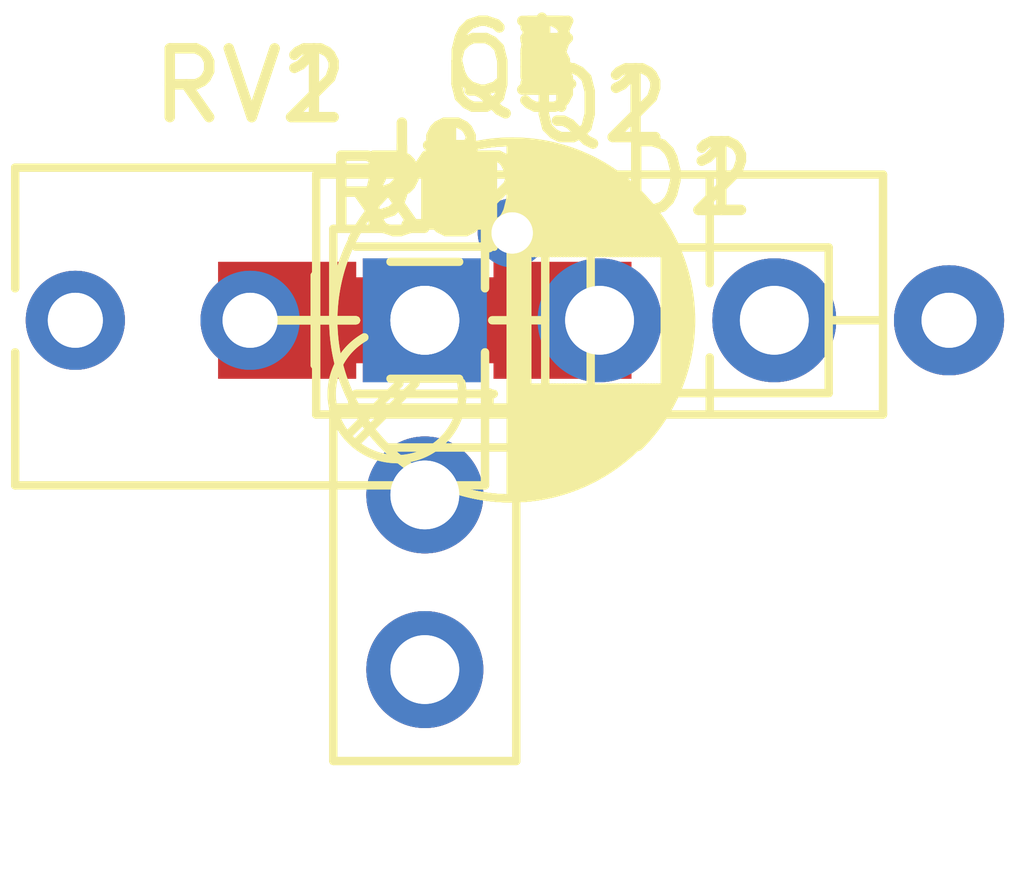
<source format=kicad_pcb>
(kicad_pcb (version 4) (host pcbnew 4.0.7)

  (general
    (links 53)
    (no_connects 32)
    (area 142.126099 100.2186 157.426101 113.4886)
    (thickness 1.6)
    (drawings 0)
    (tracks 0)
    (zones 0)
    (modules 35)
    (nets 20)
  )

  (page A4)
  (layers
    (0 F.Cu signal)
    (31 B.Cu signal)
    (32 B.Adhes user)
    (33 F.Adhes user)
    (34 B.Paste user)
    (35 F.Paste user)
    (36 B.SilkS user)
    (37 F.SilkS user)
    (38 B.Mask user)
    (39 F.Mask user)
    (40 Dwgs.User user)
    (41 Cmts.User user)
    (42 Eco1.User user)
    (43 Eco2.User user)
    (44 Edge.Cuts user)
    (45 Margin user)
    (46 B.CrtYd user)
    (47 F.CrtYd user)
    (48 B.Fab user)
    (49 F.Fab user)
  )

  (setup
    (last_trace_width 0.25)
    (trace_clearance 0.2)
    (zone_clearance 0.508)
    (zone_45_only no)
    (trace_min 0.2)
    (segment_width 0.2)
    (edge_width 0.15)
    (via_size 0.6)
    (via_drill 0.4)
    (via_min_size 0.4)
    (via_min_drill 0.3)
    (uvia_size 0.3)
    (uvia_drill 0.1)
    (uvias_allowed no)
    (uvia_min_size 0.2)
    (uvia_min_drill 0.1)
    (pcb_text_width 0.3)
    (pcb_text_size 1.5 1.5)
    (mod_edge_width 0.15)
    (mod_text_size 1 1)
    (mod_text_width 0.15)
    (pad_size 1.524 1.524)
    (pad_drill 0.762)
    (pad_to_mask_clearance 0.2)
    (aux_axis_origin 0 0)
    (visible_elements FFFFFF7F)
    (pcbplotparams
      (layerselection 0x00030_80000001)
      (usegerberextensions false)
      (excludeedgelayer true)
      (linewidth 0.100000)
      (plotframeref false)
      (viasonmask false)
      (mode 1)
      (useauxorigin false)
      (hpglpennumber 1)
      (hpglpenspeed 20)
      (hpglpendiameter 15)
      (hpglpenoverlay 2)
      (psnegative false)
      (psa4output false)
      (plotreference true)
      (plotvalue true)
      (plotinvisibletext false)
      (padsonsilk false)
      (subtractmaskfromsilk false)
      (outputformat 1)
      (mirror false)
      (drillshape 1)
      (scaleselection 1)
      (outputdirectory ""))
  )

  (net 0 "")
  (net 1 "Net-(C1-Pad1)")
  (net 2 "Net-(C1-Pad2)")
  (net 3 "Net-(C2-Pad2)")
  (net 4 "Net-(C3-Pad1)")
  (net 5 "Net-(C3-Pad2)")
  (net 6 "Net-(C4-Pad1)")
  (net 7 "Net-(C5-Pad2)")
  (net 8 "Net-(C7-Pad2)")
  (net 9 "Net-(D1-Pad1)")
  (net 10 "Net-(D2-Pad2)")
  (net 11 "Net-(J1-Pad1)")
  (net 12 "Net-(J1-Pad3)")
  (net 13 "Net-(Q1-Pad1)")
  (net 14 "Net-(Q2-Pad1)")
  (net 15 "Net-(Q2-Pad3)")
  (net 16 "Net-(R9-Pad1)")
  (net 17 "Net-(R10-Pad2)")
  (net 18 "Net-(R11-Pad1)")
  (net 19 "Net-(R12-Pad2)")

  (net_class Default "Это класс цепей по умолчанию."
    (clearance 0.2)
    (trace_width 0.25)
    (via_dia 0.6)
    (via_drill 0.4)
    (uvia_dia 0.3)
    (uvia_drill 0.1)
    (add_net "Net-(C1-Pad1)")
    (add_net "Net-(C1-Pad2)")
    (add_net "Net-(C2-Pad2)")
    (add_net "Net-(C3-Pad1)")
    (add_net "Net-(C3-Pad2)")
    (add_net "Net-(C4-Pad1)")
    (add_net "Net-(C5-Pad2)")
    (add_net "Net-(C7-Pad2)")
    (add_net "Net-(D1-Pad1)")
    (add_net "Net-(D2-Pad2)")
    (add_net "Net-(J1-Pad1)")
    (add_net "Net-(J1-Pad3)")
    (add_net "Net-(Q1-Pad1)")
    (add_net "Net-(Q2-Pad1)")
    (add_net "Net-(Q2-Pad3)")
    (add_net "Net-(R10-Pad2)")
    (add_net "Net-(R11-Pad1)")
    (add_net "Net-(R12-Pad2)")
    (add_net "Net-(R9-Pad1)")
  )

  (module Capacitors_THT:CP_Radial_D5.0mm_P2.50mm (layer F.Cu) (tedit 597BC7C2) (tstamp 5AF1D33D)
    (at 148.5011 105.0036)
    (descr "CP, Radial series, Radial, pin pitch=2.50mm, , diameter=5mm, Electrolytic Capacitor")
    (tags "CP Radial series Radial pin pitch 2.50mm  diameter 5mm Electrolytic Capacitor")
    (path /5AF1C34F)
    (fp_text reference C1 (at 1.25 -3.81) (layer F.SilkS)
      (effects (font (size 1 1) (thickness 0.15)))
    )
    (fp_text value 5uF (at 1.25 3.81) (layer F.Fab)
      (effects (font (size 1 1) (thickness 0.15)))
    )
    (fp_arc (start 1.25 0) (end -1.05558 -1.18) (angle 125.8) (layer F.SilkS) (width 0.12))
    (fp_arc (start 1.25 0) (end -1.05558 1.18) (angle -125.8) (layer F.SilkS) (width 0.12))
    (fp_arc (start 1.25 0) (end 3.55558 -1.18) (angle 54.2) (layer F.SilkS) (width 0.12))
    (fp_circle (center 1.25 0) (end 3.75 0) (layer F.Fab) (width 0.1))
    (fp_line (start -2.2 0) (end -1 0) (layer F.Fab) (width 0.1))
    (fp_line (start -1.6 -0.65) (end -1.6 0.65) (layer F.Fab) (width 0.1))
    (fp_line (start 1.25 -2.55) (end 1.25 2.55) (layer F.SilkS) (width 0.12))
    (fp_line (start 1.29 -2.55) (end 1.29 2.55) (layer F.SilkS) (width 0.12))
    (fp_line (start 1.33 -2.549) (end 1.33 2.549) (layer F.SilkS) (width 0.12))
    (fp_line (start 1.37 -2.548) (end 1.37 2.548) (layer F.SilkS) (width 0.12))
    (fp_line (start 1.41 -2.546) (end 1.41 2.546) (layer F.SilkS) (width 0.12))
    (fp_line (start 1.45 -2.543) (end 1.45 2.543) (layer F.SilkS) (width 0.12))
    (fp_line (start 1.49 -2.539) (end 1.49 2.539) (layer F.SilkS) (width 0.12))
    (fp_line (start 1.53 -2.535) (end 1.53 -0.98) (layer F.SilkS) (width 0.12))
    (fp_line (start 1.53 0.98) (end 1.53 2.535) (layer F.SilkS) (width 0.12))
    (fp_line (start 1.57 -2.531) (end 1.57 -0.98) (layer F.SilkS) (width 0.12))
    (fp_line (start 1.57 0.98) (end 1.57 2.531) (layer F.SilkS) (width 0.12))
    (fp_line (start 1.61 -2.525) (end 1.61 -0.98) (layer F.SilkS) (width 0.12))
    (fp_line (start 1.61 0.98) (end 1.61 2.525) (layer F.SilkS) (width 0.12))
    (fp_line (start 1.65 -2.519) (end 1.65 -0.98) (layer F.SilkS) (width 0.12))
    (fp_line (start 1.65 0.98) (end 1.65 2.519) (layer F.SilkS) (width 0.12))
    (fp_line (start 1.69 -2.513) (end 1.69 -0.98) (layer F.SilkS) (width 0.12))
    (fp_line (start 1.69 0.98) (end 1.69 2.513) (layer F.SilkS) (width 0.12))
    (fp_line (start 1.73 -2.506) (end 1.73 -0.98) (layer F.SilkS) (width 0.12))
    (fp_line (start 1.73 0.98) (end 1.73 2.506) (layer F.SilkS) (width 0.12))
    (fp_line (start 1.77 -2.498) (end 1.77 -0.98) (layer F.SilkS) (width 0.12))
    (fp_line (start 1.77 0.98) (end 1.77 2.498) (layer F.SilkS) (width 0.12))
    (fp_line (start 1.81 -2.489) (end 1.81 -0.98) (layer F.SilkS) (width 0.12))
    (fp_line (start 1.81 0.98) (end 1.81 2.489) (layer F.SilkS) (width 0.12))
    (fp_line (start 1.85 -2.48) (end 1.85 -0.98) (layer F.SilkS) (width 0.12))
    (fp_line (start 1.85 0.98) (end 1.85 2.48) (layer F.SilkS) (width 0.12))
    (fp_line (start 1.89 -2.47) (end 1.89 -0.98) (layer F.SilkS) (width 0.12))
    (fp_line (start 1.89 0.98) (end 1.89 2.47) (layer F.SilkS) (width 0.12))
    (fp_line (start 1.93 -2.46) (end 1.93 -0.98) (layer F.SilkS) (width 0.12))
    (fp_line (start 1.93 0.98) (end 1.93 2.46) (layer F.SilkS) (width 0.12))
    (fp_line (start 1.971 -2.448) (end 1.971 -0.98) (layer F.SilkS) (width 0.12))
    (fp_line (start 1.971 0.98) (end 1.971 2.448) (layer F.SilkS) (width 0.12))
    (fp_line (start 2.011 -2.436) (end 2.011 -0.98) (layer F.SilkS) (width 0.12))
    (fp_line (start 2.011 0.98) (end 2.011 2.436) (layer F.SilkS) (width 0.12))
    (fp_line (start 2.051 -2.424) (end 2.051 -0.98) (layer F.SilkS) (width 0.12))
    (fp_line (start 2.051 0.98) (end 2.051 2.424) (layer F.SilkS) (width 0.12))
    (fp_line (start 2.091 -2.41) (end 2.091 -0.98) (layer F.SilkS) (width 0.12))
    (fp_line (start 2.091 0.98) (end 2.091 2.41) (layer F.SilkS) (width 0.12))
    (fp_line (start 2.131 -2.396) (end 2.131 -0.98) (layer F.SilkS) (width 0.12))
    (fp_line (start 2.131 0.98) (end 2.131 2.396) (layer F.SilkS) (width 0.12))
    (fp_line (start 2.171 -2.382) (end 2.171 -0.98) (layer F.SilkS) (width 0.12))
    (fp_line (start 2.171 0.98) (end 2.171 2.382) (layer F.SilkS) (width 0.12))
    (fp_line (start 2.211 -2.366) (end 2.211 -0.98) (layer F.SilkS) (width 0.12))
    (fp_line (start 2.211 0.98) (end 2.211 2.366) (layer F.SilkS) (width 0.12))
    (fp_line (start 2.251 -2.35) (end 2.251 -0.98) (layer F.SilkS) (width 0.12))
    (fp_line (start 2.251 0.98) (end 2.251 2.35) (layer F.SilkS) (width 0.12))
    (fp_line (start 2.291 -2.333) (end 2.291 -0.98) (layer F.SilkS) (width 0.12))
    (fp_line (start 2.291 0.98) (end 2.291 2.333) (layer F.SilkS) (width 0.12))
    (fp_line (start 2.331 -2.315) (end 2.331 -0.98) (layer F.SilkS) (width 0.12))
    (fp_line (start 2.331 0.98) (end 2.331 2.315) (layer F.SilkS) (width 0.12))
    (fp_line (start 2.371 -2.296) (end 2.371 -0.98) (layer F.SilkS) (width 0.12))
    (fp_line (start 2.371 0.98) (end 2.371 2.296) (layer F.SilkS) (width 0.12))
    (fp_line (start 2.411 -2.276) (end 2.411 -0.98) (layer F.SilkS) (width 0.12))
    (fp_line (start 2.411 0.98) (end 2.411 2.276) (layer F.SilkS) (width 0.12))
    (fp_line (start 2.451 -2.256) (end 2.451 -0.98) (layer F.SilkS) (width 0.12))
    (fp_line (start 2.451 0.98) (end 2.451 2.256) (layer F.SilkS) (width 0.12))
    (fp_line (start 2.491 -2.234) (end 2.491 -0.98) (layer F.SilkS) (width 0.12))
    (fp_line (start 2.491 0.98) (end 2.491 2.234) (layer F.SilkS) (width 0.12))
    (fp_line (start 2.531 -2.212) (end 2.531 -0.98) (layer F.SilkS) (width 0.12))
    (fp_line (start 2.531 0.98) (end 2.531 2.212) (layer F.SilkS) (width 0.12))
    (fp_line (start 2.571 -2.189) (end 2.571 -0.98) (layer F.SilkS) (width 0.12))
    (fp_line (start 2.571 0.98) (end 2.571 2.189) (layer F.SilkS) (width 0.12))
    (fp_line (start 2.611 -2.165) (end 2.611 -0.98) (layer F.SilkS) (width 0.12))
    (fp_line (start 2.611 0.98) (end 2.611 2.165) (layer F.SilkS) (width 0.12))
    (fp_line (start 2.651 -2.14) (end 2.651 -0.98) (layer F.SilkS) (width 0.12))
    (fp_line (start 2.651 0.98) (end 2.651 2.14) (layer F.SilkS) (width 0.12))
    (fp_line (start 2.691 -2.113) (end 2.691 -0.98) (layer F.SilkS) (width 0.12))
    (fp_line (start 2.691 0.98) (end 2.691 2.113) (layer F.SilkS) (width 0.12))
    (fp_line (start 2.731 -2.086) (end 2.731 -0.98) (layer F.SilkS) (width 0.12))
    (fp_line (start 2.731 0.98) (end 2.731 2.086) (layer F.SilkS) (width 0.12))
    (fp_line (start 2.771 -2.058) (end 2.771 -0.98) (layer F.SilkS) (width 0.12))
    (fp_line (start 2.771 0.98) (end 2.771 2.058) (layer F.SilkS) (width 0.12))
    (fp_line (start 2.811 -2.028) (end 2.811 -0.98) (layer F.SilkS) (width 0.12))
    (fp_line (start 2.811 0.98) (end 2.811 2.028) (layer F.SilkS) (width 0.12))
    (fp_line (start 2.851 -1.997) (end 2.851 -0.98) (layer F.SilkS) (width 0.12))
    (fp_line (start 2.851 0.98) (end 2.851 1.997) (layer F.SilkS) (width 0.12))
    (fp_line (start 2.891 -1.965) (end 2.891 -0.98) (layer F.SilkS) (width 0.12))
    (fp_line (start 2.891 0.98) (end 2.891 1.965) (layer F.SilkS) (width 0.12))
    (fp_line (start 2.931 -1.932) (end 2.931 -0.98) (layer F.SilkS) (width 0.12))
    (fp_line (start 2.931 0.98) (end 2.931 1.932) (layer F.SilkS) (width 0.12))
    (fp_line (start 2.971 -1.897) (end 2.971 -0.98) (layer F.SilkS) (width 0.12))
    (fp_line (start 2.971 0.98) (end 2.971 1.897) (layer F.SilkS) (width 0.12))
    (fp_line (start 3.011 -1.861) (end 3.011 -0.98) (layer F.SilkS) (width 0.12))
    (fp_line (start 3.011 0.98) (end 3.011 1.861) (layer F.SilkS) (width 0.12))
    (fp_line (start 3.051 -1.823) (end 3.051 -0.98) (layer F.SilkS) (width 0.12))
    (fp_line (start 3.051 0.98) (end 3.051 1.823) (layer F.SilkS) (width 0.12))
    (fp_line (start 3.091 -1.783) (end 3.091 -0.98) (layer F.SilkS) (width 0.12))
    (fp_line (start 3.091 0.98) (end 3.091 1.783) (layer F.SilkS) (width 0.12))
    (fp_line (start 3.131 -1.742) (end 3.131 -0.98) (layer F.SilkS) (width 0.12))
    (fp_line (start 3.131 0.98) (end 3.131 1.742) (layer F.SilkS) (width 0.12))
    (fp_line (start 3.171 -1.699) (end 3.171 -0.98) (layer F.SilkS) (width 0.12))
    (fp_line (start 3.171 0.98) (end 3.171 1.699) (layer F.SilkS) (width 0.12))
    (fp_line (start 3.211 -1.654) (end 3.211 -0.98) (layer F.SilkS) (width 0.12))
    (fp_line (start 3.211 0.98) (end 3.211 1.654) (layer F.SilkS) (width 0.12))
    (fp_line (start 3.251 -1.606) (end 3.251 -0.98) (layer F.SilkS) (width 0.12))
    (fp_line (start 3.251 0.98) (end 3.251 1.606) (layer F.SilkS) (width 0.12))
    (fp_line (start 3.291 -1.556) (end 3.291 -0.98) (layer F.SilkS) (width 0.12))
    (fp_line (start 3.291 0.98) (end 3.291 1.556) (layer F.SilkS) (width 0.12))
    (fp_line (start 3.331 -1.504) (end 3.331 -0.98) (layer F.SilkS) (width 0.12))
    (fp_line (start 3.331 0.98) (end 3.331 1.504) (layer F.SilkS) (width 0.12))
    (fp_line (start 3.371 -1.448) (end 3.371 -0.98) (layer F.SilkS) (width 0.12))
    (fp_line (start 3.371 0.98) (end 3.371 1.448) (layer F.SilkS) (width 0.12))
    (fp_line (start 3.411 -1.39) (end 3.411 -0.98) (layer F.SilkS) (width 0.12))
    (fp_line (start 3.411 0.98) (end 3.411 1.39) (layer F.SilkS) (width 0.12))
    (fp_line (start 3.451 -1.327) (end 3.451 -0.98) (layer F.SilkS) (width 0.12))
    (fp_line (start 3.451 0.98) (end 3.451 1.327) (layer F.SilkS) (width 0.12))
    (fp_line (start 3.491 -1.261) (end 3.491 1.261) (layer F.SilkS) (width 0.12))
    (fp_line (start 3.531 -1.189) (end 3.531 1.189) (layer F.SilkS) (width 0.12))
    (fp_line (start 3.571 -1.112) (end 3.571 1.112) (layer F.SilkS) (width 0.12))
    (fp_line (start 3.611 -1.028) (end 3.611 1.028) (layer F.SilkS) (width 0.12))
    (fp_line (start 3.651 -0.934) (end 3.651 0.934) (layer F.SilkS) (width 0.12))
    (fp_line (start 3.691 -0.829) (end 3.691 0.829) (layer F.SilkS) (width 0.12))
    (fp_line (start 3.731 -0.707) (end 3.731 0.707) (layer F.SilkS) (width 0.12))
    (fp_line (start 3.771 -0.559) (end 3.771 0.559) (layer F.SilkS) (width 0.12))
    (fp_line (start 3.811 -0.354) (end 3.811 0.354) (layer F.SilkS) (width 0.12))
    (fp_line (start -2.2 0) (end -1 0) (layer F.SilkS) (width 0.12))
    (fp_line (start -1.6 -0.65) (end -1.6 0.65) (layer F.SilkS) (width 0.12))
    (fp_line (start -1.6 -2.85) (end -1.6 2.85) (layer F.CrtYd) (width 0.05))
    (fp_line (start -1.6 2.85) (end 4.1 2.85) (layer F.CrtYd) (width 0.05))
    (fp_line (start 4.1 2.85) (end 4.1 -2.85) (layer F.CrtYd) (width 0.05))
    (fp_line (start 4.1 -2.85) (end -1.6 -2.85) (layer F.CrtYd) (width 0.05))
    (fp_text user %R (at 1.25 0) (layer F.Fab)
      (effects (font (size 1 1) (thickness 0.15)))
    )
    (pad 1 thru_hole rect (at 0 0) (size 1.6 1.6) (drill 0.8) (layers *.Cu *.Mask)
      (net 1 "Net-(C1-Pad1)"))
    (pad 2 thru_hole circle (at 2.5 0) (size 1.6 1.6) (drill 0.8) (layers *.Cu *.Mask)
      (net 2 "Net-(C1-Pad2)"))
    (model ${KISYS3DMOD}/Capacitors_THT.3dshapes/CP_Radial_D5.0mm_P2.50mm.wrl
      (at (xyz 0 0 0))
      (scale (xyz 1 1 1))
      (rotate (xyz 0 0 0))
    )
  )

  (module Capacitors_THT:CP_Radial_D5.0mm_P2.50mm (layer F.Cu) (tedit 597BC7C2) (tstamp 5AF1D343)
    (at 148.5011 105.0036)
    (descr "CP, Radial series, Radial, pin pitch=2.50mm, , diameter=5mm, Electrolytic Capacitor")
    (tags "CP Radial series Radial pin pitch 2.50mm  diameter 5mm Electrolytic Capacitor")
    (path /5AF1D541)
    (fp_text reference C2 (at 1.25 -3.81) (layer F.SilkS)
      (effects (font (size 1 1) (thickness 0.15)))
    )
    (fp_text value 5uF (at 1.25 3.81) (layer F.Fab)
      (effects (font (size 1 1) (thickness 0.15)))
    )
    (fp_arc (start 1.25 0) (end -1.05558 -1.18) (angle 125.8) (layer F.SilkS) (width 0.12))
    (fp_arc (start 1.25 0) (end -1.05558 1.18) (angle -125.8) (layer F.SilkS) (width 0.12))
    (fp_arc (start 1.25 0) (end 3.55558 -1.18) (angle 54.2) (layer F.SilkS) (width 0.12))
    (fp_circle (center 1.25 0) (end 3.75 0) (layer F.Fab) (width 0.1))
    (fp_line (start -2.2 0) (end -1 0) (layer F.Fab) (width 0.1))
    (fp_line (start -1.6 -0.65) (end -1.6 0.65) (layer F.Fab) (width 0.1))
    (fp_line (start 1.25 -2.55) (end 1.25 2.55) (layer F.SilkS) (width 0.12))
    (fp_line (start 1.29 -2.55) (end 1.29 2.55) (layer F.SilkS) (width 0.12))
    (fp_line (start 1.33 -2.549) (end 1.33 2.549) (layer F.SilkS) (width 0.12))
    (fp_line (start 1.37 -2.548) (end 1.37 2.548) (layer F.SilkS) (width 0.12))
    (fp_line (start 1.41 -2.546) (end 1.41 2.546) (layer F.SilkS) (width 0.12))
    (fp_line (start 1.45 -2.543) (end 1.45 2.543) (layer F.SilkS) (width 0.12))
    (fp_line (start 1.49 -2.539) (end 1.49 2.539) (layer F.SilkS) (width 0.12))
    (fp_line (start 1.53 -2.535) (end 1.53 -0.98) (layer F.SilkS) (width 0.12))
    (fp_line (start 1.53 0.98) (end 1.53 2.535) (layer F.SilkS) (width 0.12))
    (fp_line (start 1.57 -2.531) (end 1.57 -0.98) (layer F.SilkS) (width 0.12))
    (fp_line (start 1.57 0.98) (end 1.57 2.531) (layer F.SilkS) (width 0.12))
    (fp_line (start 1.61 -2.525) (end 1.61 -0.98) (layer F.SilkS) (width 0.12))
    (fp_line (start 1.61 0.98) (end 1.61 2.525) (layer F.SilkS) (width 0.12))
    (fp_line (start 1.65 -2.519) (end 1.65 -0.98) (layer F.SilkS) (width 0.12))
    (fp_line (start 1.65 0.98) (end 1.65 2.519) (layer F.SilkS) (width 0.12))
    (fp_line (start 1.69 -2.513) (end 1.69 -0.98) (layer F.SilkS) (width 0.12))
    (fp_line (start 1.69 0.98) (end 1.69 2.513) (layer F.SilkS) (width 0.12))
    (fp_line (start 1.73 -2.506) (end 1.73 -0.98) (layer F.SilkS) (width 0.12))
    (fp_line (start 1.73 0.98) (end 1.73 2.506) (layer F.SilkS) (width 0.12))
    (fp_line (start 1.77 -2.498) (end 1.77 -0.98) (layer F.SilkS) (width 0.12))
    (fp_line (start 1.77 0.98) (end 1.77 2.498) (layer F.SilkS) (width 0.12))
    (fp_line (start 1.81 -2.489) (end 1.81 -0.98) (layer F.SilkS) (width 0.12))
    (fp_line (start 1.81 0.98) (end 1.81 2.489) (layer F.SilkS) (width 0.12))
    (fp_line (start 1.85 -2.48) (end 1.85 -0.98) (layer F.SilkS) (width 0.12))
    (fp_line (start 1.85 0.98) (end 1.85 2.48) (layer F.SilkS) (width 0.12))
    (fp_line (start 1.89 -2.47) (end 1.89 -0.98) (layer F.SilkS) (width 0.12))
    (fp_line (start 1.89 0.98) (end 1.89 2.47) (layer F.SilkS) (width 0.12))
    (fp_line (start 1.93 -2.46) (end 1.93 -0.98) (layer F.SilkS) (width 0.12))
    (fp_line (start 1.93 0.98) (end 1.93 2.46) (layer F.SilkS) (width 0.12))
    (fp_line (start 1.971 -2.448) (end 1.971 -0.98) (layer F.SilkS) (width 0.12))
    (fp_line (start 1.971 0.98) (end 1.971 2.448) (layer F.SilkS) (width 0.12))
    (fp_line (start 2.011 -2.436) (end 2.011 -0.98) (layer F.SilkS) (width 0.12))
    (fp_line (start 2.011 0.98) (end 2.011 2.436) (layer F.SilkS) (width 0.12))
    (fp_line (start 2.051 -2.424) (end 2.051 -0.98) (layer F.SilkS) (width 0.12))
    (fp_line (start 2.051 0.98) (end 2.051 2.424) (layer F.SilkS) (width 0.12))
    (fp_line (start 2.091 -2.41) (end 2.091 -0.98) (layer F.SilkS) (width 0.12))
    (fp_line (start 2.091 0.98) (end 2.091 2.41) (layer F.SilkS) (width 0.12))
    (fp_line (start 2.131 -2.396) (end 2.131 -0.98) (layer F.SilkS) (width 0.12))
    (fp_line (start 2.131 0.98) (end 2.131 2.396) (layer F.SilkS) (width 0.12))
    (fp_line (start 2.171 -2.382) (end 2.171 -0.98) (layer F.SilkS) (width 0.12))
    (fp_line (start 2.171 0.98) (end 2.171 2.382) (layer F.SilkS) (width 0.12))
    (fp_line (start 2.211 -2.366) (end 2.211 -0.98) (layer F.SilkS) (width 0.12))
    (fp_line (start 2.211 0.98) (end 2.211 2.366) (layer F.SilkS) (width 0.12))
    (fp_line (start 2.251 -2.35) (end 2.251 -0.98) (layer F.SilkS) (width 0.12))
    (fp_line (start 2.251 0.98) (end 2.251 2.35) (layer F.SilkS) (width 0.12))
    (fp_line (start 2.291 -2.333) (end 2.291 -0.98) (layer F.SilkS) (width 0.12))
    (fp_line (start 2.291 0.98) (end 2.291 2.333) (layer F.SilkS) (width 0.12))
    (fp_line (start 2.331 -2.315) (end 2.331 -0.98) (layer F.SilkS) (width 0.12))
    (fp_line (start 2.331 0.98) (end 2.331 2.315) (layer F.SilkS) (width 0.12))
    (fp_line (start 2.371 -2.296) (end 2.371 -0.98) (layer F.SilkS) (width 0.12))
    (fp_line (start 2.371 0.98) (end 2.371 2.296) (layer F.SilkS) (width 0.12))
    (fp_line (start 2.411 -2.276) (end 2.411 -0.98) (layer F.SilkS) (width 0.12))
    (fp_line (start 2.411 0.98) (end 2.411 2.276) (layer F.SilkS) (width 0.12))
    (fp_line (start 2.451 -2.256) (end 2.451 -0.98) (layer F.SilkS) (width 0.12))
    (fp_line (start 2.451 0.98) (end 2.451 2.256) (layer F.SilkS) (width 0.12))
    (fp_line (start 2.491 -2.234) (end 2.491 -0.98) (layer F.SilkS) (width 0.12))
    (fp_line (start 2.491 0.98) (end 2.491 2.234) (layer F.SilkS) (width 0.12))
    (fp_line (start 2.531 -2.212) (end 2.531 -0.98) (layer F.SilkS) (width 0.12))
    (fp_line (start 2.531 0.98) (end 2.531 2.212) (layer F.SilkS) (width 0.12))
    (fp_line (start 2.571 -2.189) (end 2.571 -0.98) (layer F.SilkS) (width 0.12))
    (fp_line (start 2.571 0.98) (end 2.571 2.189) (layer F.SilkS) (width 0.12))
    (fp_line (start 2.611 -2.165) (end 2.611 -0.98) (layer F.SilkS) (width 0.12))
    (fp_line (start 2.611 0.98) (end 2.611 2.165) (layer F.SilkS) (width 0.12))
    (fp_line (start 2.651 -2.14) (end 2.651 -0.98) (layer F.SilkS) (width 0.12))
    (fp_line (start 2.651 0.98) (end 2.651 2.14) (layer F.SilkS) (width 0.12))
    (fp_line (start 2.691 -2.113) (end 2.691 -0.98) (layer F.SilkS) (width 0.12))
    (fp_line (start 2.691 0.98) (end 2.691 2.113) (layer F.SilkS) (width 0.12))
    (fp_line (start 2.731 -2.086) (end 2.731 -0.98) (layer F.SilkS) (width 0.12))
    (fp_line (start 2.731 0.98) (end 2.731 2.086) (layer F.SilkS) (width 0.12))
    (fp_line (start 2.771 -2.058) (end 2.771 -0.98) (layer F.SilkS) (width 0.12))
    (fp_line (start 2.771 0.98) (end 2.771 2.058) (layer F.SilkS) (width 0.12))
    (fp_line (start 2.811 -2.028) (end 2.811 -0.98) (layer F.SilkS) (width 0.12))
    (fp_line (start 2.811 0.98) (end 2.811 2.028) (layer F.SilkS) (width 0.12))
    (fp_line (start 2.851 -1.997) (end 2.851 -0.98) (layer F.SilkS) (width 0.12))
    (fp_line (start 2.851 0.98) (end 2.851 1.997) (layer F.SilkS) (width 0.12))
    (fp_line (start 2.891 -1.965) (end 2.891 -0.98) (layer F.SilkS) (width 0.12))
    (fp_line (start 2.891 0.98) (end 2.891 1.965) (layer F.SilkS) (width 0.12))
    (fp_line (start 2.931 -1.932) (end 2.931 -0.98) (layer F.SilkS) (width 0.12))
    (fp_line (start 2.931 0.98) (end 2.931 1.932) (layer F.SilkS) (width 0.12))
    (fp_line (start 2.971 -1.897) (end 2.971 -0.98) (layer F.SilkS) (width 0.12))
    (fp_line (start 2.971 0.98) (end 2.971 1.897) (layer F.SilkS) (width 0.12))
    (fp_line (start 3.011 -1.861) (end 3.011 -0.98) (layer F.SilkS) (width 0.12))
    (fp_line (start 3.011 0.98) (end 3.011 1.861) (layer F.SilkS) (width 0.12))
    (fp_line (start 3.051 -1.823) (end 3.051 -0.98) (layer F.SilkS) (width 0.12))
    (fp_line (start 3.051 0.98) (end 3.051 1.823) (layer F.SilkS) (width 0.12))
    (fp_line (start 3.091 -1.783) (end 3.091 -0.98) (layer F.SilkS) (width 0.12))
    (fp_line (start 3.091 0.98) (end 3.091 1.783) (layer F.SilkS) (width 0.12))
    (fp_line (start 3.131 -1.742) (end 3.131 -0.98) (layer F.SilkS) (width 0.12))
    (fp_line (start 3.131 0.98) (end 3.131 1.742) (layer F.SilkS) (width 0.12))
    (fp_line (start 3.171 -1.699) (end 3.171 -0.98) (layer F.SilkS) (width 0.12))
    (fp_line (start 3.171 0.98) (end 3.171 1.699) (layer F.SilkS) (width 0.12))
    (fp_line (start 3.211 -1.654) (end 3.211 -0.98) (layer F.SilkS) (width 0.12))
    (fp_line (start 3.211 0.98) (end 3.211 1.654) (layer F.SilkS) (width 0.12))
    (fp_line (start 3.251 -1.606) (end 3.251 -0.98) (layer F.SilkS) (width 0.12))
    (fp_line (start 3.251 0.98) (end 3.251 1.606) (layer F.SilkS) (width 0.12))
    (fp_line (start 3.291 -1.556) (end 3.291 -0.98) (layer F.SilkS) (width 0.12))
    (fp_line (start 3.291 0.98) (end 3.291 1.556) (layer F.SilkS) (width 0.12))
    (fp_line (start 3.331 -1.504) (end 3.331 -0.98) (layer F.SilkS) (width 0.12))
    (fp_line (start 3.331 0.98) (end 3.331 1.504) (layer F.SilkS) (width 0.12))
    (fp_line (start 3.371 -1.448) (end 3.371 -0.98) (layer F.SilkS) (width 0.12))
    (fp_line (start 3.371 0.98) (end 3.371 1.448) (layer F.SilkS) (width 0.12))
    (fp_line (start 3.411 -1.39) (end 3.411 -0.98) (layer F.SilkS) (width 0.12))
    (fp_line (start 3.411 0.98) (end 3.411 1.39) (layer F.SilkS) (width 0.12))
    (fp_line (start 3.451 -1.327) (end 3.451 -0.98) (layer F.SilkS) (width 0.12))
    (fp_line (start 3.451 0.98) (end 3.451 1.327) (layer F.SilkS) (width 0.12))
    (fp_line (start 3.491 -1.261) (end 3.491 1.261) (layer F.SilkS) (width 0.12))
    (fp_line (start 3.531 -1.189) (end 3.531 1.189) (layer F.SilkS) (width 0.12))
    (fp_line (start 3.571 -1.112) (end 3.571 1.112) (layer F.SilkS) (width 0.12))
    (fp_line (start 3.611 -1.028) (end 3.611 1.028) (layer F.SilkS) (width 0.12))
    (fp_line (start 3.651 -0.934) (end 3.651 0.934) (layer F.SilkS) (width 0.12))
    (fp_line (start 3.691 -0.829) (end 3.691 0.829) (layer F.SilkS) (width 0.12))
    (fp_line (start 3.731 -0.707) (end 3.731 0.707) (layer F.SilkS) (width 0.12))
    (fp_line (start 3.771 -0.559) (end 3.771 0.559) (layer F.SilkS) (width 0.12))
    (fp_line (start 3.811 -0.354) (end 3.811 0.354) (layer F.SilkS) (width 0.12))
    (fp_line (start -2.2 0) (end -1 0) (layer F.SilkS) (width 0.12))
    (fp_line (start -1.6 -0.65) (end -1.6 0.65) (layer F.SilkS) (width 0.12))
    (fp_line (start -1.6 -2.85) (end -1.6 2.85) (layer F.CrtYd) (width 0.05))
    (fp_line (start -1.6 2.85) (end 4.1 2.85) (layer F.CrtYd) (width 0.05))
    (fp_line (start 4.1 2.85) (end 4.1 -2.85) (layer F.CrtYd) (width 0.05))
    (fp_line (start 4.1 -2.85) (end -1.6 -2.85) (layer F.CrtYd) (width 0.05))
    (fp_text user %R (at 1.25 0) (layer F.Fab)
      (effects (font (size 1 1) (thickness 0.15)))
    )
    (pad 1 thru_hole rect (at 0 0) (size 1.6 1.6) (drill 0.8) (layers *.Cu *.Mask)
      (net 2 "Net-(C1-Pad2)"))
    (pad 2 thru_hole circle (at 2.5 0) (size 1.6 1.6) (drill 0.8) (layers *.Cu *.Mask)
      (net 3 "Net-(C2-Pad2)"))
    (model ${KISYS3DMOD}/Capacitors_THT.3dshapes/CP_Radial_D5.0mm_P2.50mm.wrl
      (at (xyz 0 0 0))
      (scale (xyz 1 1 1))
      (rotate (xyz 0 0 0))
    )
  )

  (module Capacitors_SMD:C_0805_HandSoldering (layer F.Cu) (tedit 58AA84A8) (tstamp 5AF1D349)
    (at 148.5011 105.0036)
    (descr "Capacitor SMD 0805, hand soldering")
    (tags "capacitor 0805")
    (path /5AF1AE06)
    (attr smd)
    (fp_text reference C3 (at 0 -1.75) (layer F.SilkS)
      (effects (font (size 1 1) (thickness 0.15)))
    )
    (fp_text value 120nF (at 0 1.75) (layer F.Fab)
      (effects (font (size 1 1) (thickness 0.15)))
    )
    (fp_text user %R (at 0 -1.75) (layer F.Fab)
      (effects (font (size 1 1) (thickness 0.15)))
    )
    (fp_line (start -1 0.62) (end -1 -0.62) (layer F.Fab) (width 0.1))
    (fp_line (start 1 0.62) (end -1 0.62) (layer F.Fab) (width 0.1))
    (fp_line (start 1 -0.62) (end 1 0.62) (layer F.Fab) (width 0.1))
    (fp_line (start -1 -0.62) (end 1 -0.62) (layer F.Fab) (width 0.1))
    (fp_line (start 0.5 -0.85) (end -0.5 -0.85) (layer F.SilkS) (width 0.12))
    (fp_line (start -0.5 0.85) (end 0.5 0.85) (layer F.SilkS) (width 0.12))
    (fp_line (start -2.25 -0.88) (end 2.25 -0.88) (layer F.CrtYd) (width 0.05))
    (fp_line (start -2.25 -0.88) (end -2.25 0.87) (layer F.CrtYd) (width 0.05))
    (fp_line (start 2.25 0.87) (end 2.25 -0.88) (layer F.CrtYd) (width 0.05))
    (fp_line (start 2.25 0.87) (end -2.25 0.87) (layer F.CrtYd) (width 0.05))
    (pad 1 smd rect (at -1.25 0) (size 1.5 1.25) (layers F.Cu F.Paste F.Mask)
      (net 4 "Net-(C3-Pad1)"))
    (pad 2 smd rect (at 1.25 0) (size 1.5 1.25) (layers F.Cu F.Paste F.Mask)
      (net 5 "Net-(C3-Pad2)"))
    (model Capacitors_SMD.3dshapes/C_0805.wrl
      (at (xyz 0 0 0))
      (scale (xyz 1 1 1))
      (rotate (xyz 0 0 0))
    )
  )

  (module Capacitors_THT:CP_Radial_D5.0mm_P2.50mm (layer F.Cu) (tedit 597BC7C2) (tstamp 5AF1D34F)
    (at 148.5011 105.0036)
    (descr "CP, Radial series, Radial, pin pitch=2.50mm, , diameter=5mm, Electrolytic Capacitor")
    (tags "CP Radial series Radial pin pitch 2.50mm  diameter 5mm Electrolytic Capacitor")
    (path /5AF1C539)
    (fp_text reference C4 (at 1.25 -3.81) (layer F.SilkS)
      (effects (font (size 1 1) (thickness 0.15)))
    )
    (fp_text value 5uF (at 1.25 3.81) (layer F.Fab)
      (effects (font (size 1 1) (thickness 0.15)))
    )
    (fp_arc (start 1.25 0) (end -1.05558 -1.18) (angle 125.8) (layer F.SilkS) (width 0.12))
    (fp_arc (start 1.25 0) (end -1.05558 1.18) (angle -125.8) (layer F.SilkS) (width 0.12))
    (fp_arc (start 1.25 0) (end 3.55558 -1.18) (angle 54.2) (layer F.SilkS) (width 0.12))
    (fp_circle (center 1.25 0) (end 3.75 0) (layer F.Fab) (width 0.1))
    (fp_line (start -2.2 0) (end -1 0) (layer F.Fab) (width 0.1))
    (fp_line (start -1.6 -0.65) (end -1.6 0.65) (layer F.Fab) (width 0.1))
    (fp_line (start 1.25 -2.55) (end 1.25 2.55) (layer F.SilkS) (width 0.12))
    (fp_line (start 1.29 -2.55) (end 1.29 2.55) (layer F.SilkS) (width 0.12))
    (fp_line (start 1.33 -2.549) (end 1.33 2.549) (layer F.SilkS) (width 0.12))
    (fp_line (start 1.37 -2.548) (end 1.37 2.548) (layer F.SilkS) (width 0.12))
    (fp_line (start 1.41 -2.546) (end 1.41 2.546) (layer F.SilkS) (width 0.12))
    (fp_line (start 1.45 -2.543) (end 1.45 2.543) (layer F.SilkS) (width 0.12))
    (fp_line (start 1.49 -2.539) (end 1.49 2.539) (layer F.SilkS) (width 0.12))
    (fp_line (start 1.53 -2.535) (end 1.53 -0.98) (layer F.SilkS) (width 0.12))
    (fp_line (start 1.53 0.98) (end 1.53 2.535) (layer F.SilkS) (width 0.12))
    (fp_line (start 1.57 -2.531) (end 1.57 -0.98) (layer F.SilkS) (width 0.12))
    (fp_line (start 1.57 0.98) (end 1.57 2.531) (layer F.SilkS) (width 0.12))
    (fp_line (start 1.61 -2.525) (end 1.61 -0.98) (layer F.SilkS) (width 0.12))
    (fp_line (start 1.61 0.98) (end 1.61 2.525) (layer F.SilkS) (width 0.12))
    (fp_line (start 1.65 -2.519) (end 1.65 -0.98) (layer F.SilkS) (width 0.12))
    (fp_line (start 1.65 0.98) (end 1.65 2.519) (layer F.SilkS) (width 0.12))
    (fp_line (start 1.69 -2.513) (end 1.69 -0.98) (layer F.SilkS) (width 0.12))
    (fp_line (start 1.69 0.98) (end 1.69 2.513) (layer F.SilkS) (width 0.12))
    (fp_line (start 1.73 -2.506) (end 1.73 -0.98) (layer F.SilkS) (width 0.12))
    (fp_line (start 1.73 0.98) (end 1.73 2.506) (layer F.SilkS) (width 0.12))
    (fp_line (start 1.77 -2.498) (end 1.77 -0.98) (layer F.SilkS) (width 0.12))
    (fp_line (start 1.77 0.98) (end 1.77 2.498) (layer F.SilkS) (width 0.12))
    (fp_line (start 1.81 -2.489) (end 1.81 -0.98) (layer F.SilkS) (width 0.12))
    (fp_line (start 1.81 0.98) (end 1.81 2.489) (layer F.SilkS) (width 0.12))
    (fp_line (start 1.85 -2.48) (end 1.85 -0.98) (layer F.SilkS) (width 0.12))
    (fp_line (start 1.85 0.98) (end 1.85 2.48) (layer F.SilkS) (width 0.12))
    (fp_line (start 1.89 -2.47) (end 1.89 -0.98) (layer F.SilkS) (width 0.12))
    (fp_line (start 1.89 0.98) (end 1.89 2.47) (layer F.SilkS) (width 0.12))
    (fp_line (start 1.93 -2.46) (end 1.93 -0.98) (layer F.SilkS) (width 0.12))
    (fp_line (start 1.93 0.98) (end 1.93 2.46) (layer F.SilkS) (width 0.12))
    (fp_line (start 1.971 -2.448) (end 1.971 -0.98) (layer F.SilkS) (width 0.12))
    (fp_line (start 1.971 0.98) (end 1.971 2.448) (layer F.SilkS) (width 0.12))
    (fp_line (start 2.011 -2.436) (end 2.011 -0.98) (layer F.SilkS) (width 0.12))
    (fp_line (start 2.011 0.98) (end 2.011 2.436) (layer F.SilkS) (width 0.12))
    (fp_line (start 2.051 -2.424) (end 2.051 -0.98) (layer F.SilkS) (width 0.12))
    (fp_line (start 2.051 0.98) (end 2.051 2.424) (layer F.SilkS) (width 0.12))
    (fp_line (start 2.091 -2.41) (end 2.091 -0.98) (layer F.SilkS) (width 0.12))
    (fp_line (start 2.091 0.98) (end 2.091 2.41) (layer F.SilkS) (width 0.12))
    (fp_line (start 2.131 -2.396) (end 2.131 -0.98) (layer F.SilkS) (width 0.12))
    (fp_line (start 2.131 0.98) (end 2.131 2.396) (layer F.SilkS) (width 0.12))
    (fp_line (start 2.171 -2.382) (end 2.171 -0.98) (layer F.SilkS) (width 0.12))
    (fp_line (start 2.171 0.98) (end 2.171 2.382) (layer F.SilkS) (width 0.12))
    (fp_line (start 2.211 -2.366) (end 2.211 -0.98) (layer F.SilkS) (width 0.12))
    (fp_line (start 2.211 0.98) (end 2.211 2.366) (layer F.SilkS) (width 0.12))
    (fp_line (start 2.251 -2.35) (end 2.251 -0.98) (layer F.SilkS) (width 0.12))
    (fp_line (start 2.251 0.98) (end 2.251 2.35) (layer F.SilkS) (width 0.12))
    (fp_line (start 2.291 -2.333) (end 2.291 -0.98) (layer F.SilkS) (width 0.12))
    (fp_line (start 2.291 0.98) (end 2.291 2.333) (layer F.SilkS) (width 0.12))
    (fp_line (start 2.331 -2.315) (end 2.331 -0.98) (layer F.SilkS) (width 0.12))
    (fp_line (start 2.331 0.98) (end 2.331 2.315) (layer F.SilkS) (width 0.12))
    (fp_line (start 2.371 -2.296) (end 2.371 -0.98) (layer F.SilkS) (width 0.12))
    (fp_line (start 2.371 0.98) (end 2.371 2.296) (layer F.SilkS) (width 0.12))
    (fp_line (start 2.411 -2.276) (end 2.411 -0.98) (layer F.SilkS) (width 0.12))
    (fp_line (start 2.411 0.98) (end 2.411 2.276) (layer F.SilkS) (width 0.12))
    (fp_line (start 2.451 -2.256) (end 2.451 -0.98) (layer F.SilkS) (width 0.12))
    (fp_line (start 2.451 0.98) (end 2.451 2.256) (layer F.SilkS) (width 0.12))
    (fp_line (start 2.491 -2.234) (end 2.491 -0.98) (layer F.SilkS) (width 0.12))
    (fp_line (start 2.491 0.98) (end 2.491 2.234) (layer F.SilkS) (width 0.12))
    (fp_line (start 2.531 -2.212) (end 2.531 -0.98) (layer F.SilkS) (width 0.12))
    (fp_line (start 2.531 0.98) (end 2.531 2.212) (layer F.SilkS) (width 0.12))
    (fp_line (start 2.571 -2.189) (end 2.571 -0.98) (layer F.SilkS) (width 0.12))
    (fp_line (start 2.571 0.98) (end 2.571 2.189) (layer F.SilkS) (width 0.12))
    (fp_line (start 2.611 -2.165) (end 2.611 -0.98) (layer F.SilkS) (width 0.12))
    (fp_line (start 2.611 0.98) (end 2.611 2.165) (layer F.SilkS) (width 0.12))
    (fp_line (start 2.651 -2.14) (end 2.651 -0.98) (layer F.SilkS) (width 0.12))
    (fp_line (start 2.651 0.98) (end 2.651 2.14) (layer F.SilkS) (width 0.12))
    (fp_line (start 2.691 -2.113) (end 2.691 -0.98) (layer F.SilkS) (width 0.12))
    (fp_line (start 2.691 0.98) (end 2.691 2.113) (layer F.SilkS) (width 0.12))
    (fp_line (start 2.731 -2.086) (end 2.731 -0.98) (layer F.SilkS) (width 0.12))
    (fp_line (start 2.731 0.98) (end 2.731 2.086) (layer F.SilkS) (width 0.12))
    (fp_line (start 2.771 -2.058) (end 2.771 -0.98) (layer F.SilkS) (width 0.12))
    (fp_line (start 2.771 0.98) (end 2.771 2.058) (layer F.SilkS) (width 0.12))
    (fp_line (start 2.811 -2.028) (end 2.811 -0.98) (layer F.SilkS) (width 0.12))
    (fp_line (start 2.811 0.98) (end 2.811 2.028) (layer F.SilkS) (width 0.12))
    (fp_line (start 2.851 -1.997) (end 2.851 -0.98) (layer F.SilkS) (width 0.12))
    (fp_line (start 2.851 0.98) (end 2.851 1.997) (layer F.SilkS) (width 0.12))
    (fp_line (start 2.891 -1.965) (end 2.891 -0.98) (layer F.SilkS) (width 0.12))
    (fp_line (start 2.891 0.98) (end 2.891 1.965) (layer F.SilkS) (width 0.12))
    (fp_line (start 2.931 -1.932) (end 2.931 -0.98) (layer F.SilkS) (width 0.12))
    (fp_line (start 2.931 0.98) (end 2.931 1.932) (layer F.SilkS) (width 0.12))
    (fp_line (start 2.971 -1.897) (end 2.971 -0.98) (layer F.SilkS) (width 0.12))
    (fp_line (start 2.971 0.98) (end 2.971 1.897) (layer F.SilkS) (width 0.12))
    (fp_line (start 3.011 -1.861) (end 3.011 -0.98) (layer F.SilkS) (width 0.12))
    (fp_line (start 3.011 0.98) (end 3.011 1.861) (layer F.SilkS) (width 0.12))
    (fp_line (start 3.051 -1.823) (end 3.051 -0.98) (layer F.SilkS) (width 0.12))
    (fp_line (start 3.051 0.98) (end 3.051 1.823) (layer F.SilkS) (width 0.12))
    (fp_line (start 3.091 -1.783) (end 3.091 -0.98) (layer F.SilkS) (width 0.12))
    (fp_line (start 3.091 0.98) (end 3.091 1.783) (layer F.SilkS) (width 0.12))
    (fp_line (start 3.131 -1.742) (end 3.131 -0.98) (layer F.SilkS) (width 0.12))
    (fp_line (start 3.131 0.98) (end 3.131 1.742) (layer F.SilkS) (width 0.12))
    (fp_line (start 3.171 -1.699) (end 3.171 -0.98) (layer F.SilkS) (width 0.12))
    (fp_line (start 3.171 0.98) (end 3.171 1.699) (layer F.SilkS) (width 0.12))
    (fp_line (start 3.211 -1.654) (end 3.211 -0.98) (layer F.SilkS) (width 0.12))
    (fp_line (start 3.211 0.98) (end 3.211 1.654) (layer F.SilkS) (width 0.12))
    (fp_line (start 3.251 -1.606) (end 3.251 -0.98) (layer F.SilkS) (width 0.12))
    (fp_line (start 3.251 0.98) (end 3.251 1.606) (layer F.SilkS) (width 0.12))
    (fp_line (start 3.291 -1.556) (end 3.291 -0.98) (layer F.SilkS) (width 0.12))
    (fp_line (start 3.291 0.98) (end 3.291 1.556) (layer F.SilkS) (width 0.12))
    (fp_line (start 3.331 -1.504) (end 3.331 -0.98) (layer F.SilkS) (width 0.12))
    (fp_line (start 3.331 0.98) (end 3.331 1.504) (layer F.SilkS) (width 0.12))
    (fp_line (start 3.371 -1.448) (end 3.371 -0.98) (layer F.SilkS) (width 0.12))
    (fp_line (start 3.371 0.98) (end 3.371 1.448) (layer F.SilkS) (width 0.12))
    (fp_line (start 3.411 -1.39) (end 3.411 -0.98) (layer F.SilkS) (width 0.12))
    (fp_line (start 3.411 0.98) (end 3.411 1.39) (layer F.SilkS) (width 0.12))
    (fp_line (start 3.451 -1.327) (end 3.451 -0.98) (layer F.SilkS) (width 0.12))
    (fp_line (start 3.451 0.98) (end 3.451 1.327) (layer F.SilkS) (width 0.12))
    (fp_line (start 3.491 -1.261) (end 3.491 1.261) (layer F.SilkS) (width 0.12))
    (fp_line (start 3.531 -1.189) (end 3.531 1.189) (layer F.SilkS) (width 0.12))
    (fp_line (start 3.571 -1.112) (end 3.571 1.112) (layer F.SilkS) (width 0.12))
    (fp_line (start 3.611 -1.028) (end 3.611 1.028) (layer F.SilkS) (width 0.12))
    (fp_line (start 3.651 -0.934) (end 3.651 0.934) (layer F.SilkS) (width 0.12))
    (fp_line (start 3.691 -0.829) (end 3.691 0.829) (layer F.SilkS) (width 0.12))
    (fp_line (start 3.731 -0.707) (end 3.731 0.707) (layer F.SilkS) (width 0.12))
    (fp_line (start 3.771 -0.559) (end 3.771 0.559) (layer F.SilkS) (width 0.12))
    (fp_line (start 3.811 -0.354) (end 3.811 0.354) (layer F.SilkS) (width 0.12))
    (fp_line (start -2.2 0) (end -1 0) (layer F.SilkS) (width 0.12))
    (fp_line (start -1.6 -0.65) (end -1.6 0.65) (layer F.SilkS) (width 0.12))
    (fp_line (start -1.6 -2.85) (end -1.6 2.85) (layer F.CrtYd) (width 0.05))
    (fp_line (start -1.6 2.85) (end 4.1 2.85) (layer F.CrtYd) (width 0.05))
    (fp_line (start 4.1 2.85) (end 4.1 -2.85) (layer F.CrtYd) (width 0.05))
    (fp_line (start 4.1 -2.85) (end -1.6 -2.85) (layer F.CrtYd) (width 0.05))
    (fp_text user %R (at 1.25 0) (layer F.Fab)
      (effects (font (size 1 1) (thickness 0.15)))
    )
    (pad 1 thru_hole rect (at 0 0) (size 1.6 1.6) (drill 0.8) (layers *.Cu *.Mask)
      (net 6 "Net-(C4-Pad1)"))
    (pad 2 thru_hole circle (at 2.5 0) (size 1.6 1.6) (drill 0.8) (layers *.Cu *.Mask)
      (net 2 "Net-(C1-Pad2)"))
    (model ${KISYS3DMOD}/Capacitors_THT.3dshapes/CP_Radial_D5.0mm_P2.50mm.wrl
      (at (xyz 0 0 0))
      (scale (xyz 1 1 1))
      (rotate (xyz 0 0 0))
    )
  )

  (module Capacitors_THT:CP_Radial_D5.0mm_P2.50mm (layer F.Cu) (tedit 597BC7C2) (tstamp 5AF1D355)
    (at 148.5011 105.0036)
    (descr "CP, Radial series, Radial, pin pitch=2.50mm, , diameter=5mm, Electrolytic Capacitor")
    (tags "CP Radial series Radial pin pitch 2.50mm  diameter 5mm Electrolytic Capacitor")
    (path /5AF1F0CD)
    (fp_text reference C5 (at 1.25 -3.81) (layer F.SilkS)
      (effects (font (size 1 1) (thickness 0.15)))
    )
    (fp_text value 5uF (at 1.25 3.81) (layer F.Fab)
      (effects (font (size 1 1) (thickness 0.15)))
    )
    (fp_arc (start 1.25 0) (end -1.05558 -1.18) (angle 125.8) (layer F.SilkS) (width 0.12))
    (fp_arc (start 1.25 0) (end -1.05558 1.18) (angle -125.8) (layer F.SilkS) (width 0.12))
    (fp_arc (start 1.25 0) (end 3.55558 -1.18) (angle 54.2) (layer F.SilkS) (width 0.12))
    (fp_circle (center 1.25 0) (end 3.75 0) (layer F.Fab) (width 0.1))
    (fp_line (start -2.2 0) (end -1 0) (layer F.Fab) (width 0.1))
    (fp_line (start -1.6 -0.65) (end -1.6 0.65) (layer F.Fab) (width 0.1))
    (fp_line (start 1.25 -2.55) (end 1.25 2.55) (layer F.SilkS) (width 0.12))
    (fp_line (start 1.29 -2.55) (end 1.29 2.55) (layer F.SilkS) (width 0.12))
    (fp_line (start 1.33 -2.549) (end 1.33 2.549) (layer F.SilkS) (width 0.12))
    (fp_line (start 1.37 -2.548) (end 1.37 2.548) (layer F.SilkS) (width 0.12))
    (fp_line (start 1.41 -2.546) (end 1.41 2.546) (layer F.SilkS) (width 0.12))
    (fp_line (start 1.45 -2.543) (end 1.45 2.543) (layer F.SilkS) (width 0.12))
    (fp_line (start 1.49 -2.539) (end 1.49 2.539) (layer F.SilkS) (width 0.12))
    (fp_line (start 1.53 -2.535) (end 1.53 -0.98) (layer F.SilkS) (width 0.12))
    (fp_line (start 1.53 0.98) (end 1.53 2.535) (layer F.SilkS) (width 0.12))
    (fp_line (start 1.57 -2.531) (end 1.57 -0.98) (layer F.SilkS) (width 0.12))
    (fp_line (start 1.57 0.98) (end 1.57 2.531) (layer F.SilkS) (width 0.12))
    (fp_line (start 1.61 -2.525) (end 1.61 -0.98) (layer F.SilkS) (width 0.12))
    (fp_line (start 1.61 0.98) (end 1.61 2.525) (layer F.SilkS) (width 0.12))
    (fp_line (start 1.65 -2.519) (end 1.65 -0.98) (layer F.SilkS) (width 0.12))
    (fp_line (start 1.65 0.98) (end 1.65 2.519) (layer F.SilkS) (width 0.12))
    (fp_line (start 1.69 -2.513) (end 1.69 -0.98) (layer F.SilkS) (width 0.12))
    (fp_line (start 1.69 0.98) (end 1.69 2.513) (layer F.SilkS) (width 0.12))
    (fp_line (start 1.73 -2.506) (end 1.73 -0.98) (layer F.SilkS) (width 0.12))
    (fp_line (start 1.73 0.98) (end 1.73 2.506) (layer F.SilkS) (width 0.12))
    (fp_line (start 1.77 -2.498) (end 1.77 -0.98) (layer F.SilkS) (width 0.12))
    (fp_line (start 1.77 0.98) (end 1.77 2.498) (layer F.SilkS) (width 0.12))
    (fp_line (start 1.81 -2.489) (end 1.81 -0.98) (layer F.SilkS) (width 0.12))
    (fp_line (start 1.81 0.98) (end 1.81 2.489) (layer F.SilkS) (width 0.12))
    (fp_line (start 1.85 -2.48) (end 1.85 -0.98) (layer F.SilkS) (width 0.12))
    (fp_line (start 1.85 0.98) (end 1.85 2.48) (layer F.SilkS) (width 0.12))
    (fp_line (start 1.89 -2.47) (end 1.89 -0.98) (layer F.SilkS) (width 0.12))
    (fp_line (start 1.89 0.98) (end 1.89 2.47) (layer F.SilkS) (width 0.12))
    (fp_line (start 1.93 -2.46) (end 1.93 -0.98) (layer F.SilkS) (width 0.12))
    (fp_line (start 1.93 0.98) (end 1.93 2.46) (layer F.SilkS) (width 0.12))
    (fp_line (start 1.971 -2.448) (end 1.971 -0.98) (layer F.SilkS) (width 0.12))
    (fp_line (start 1.971 0.98) (end 1.971 2.448) (layer F.SilkS) (width 0.12))
    (fp_line (start 2.011 -2.436) (end 2.011 -0.98) (layer F.SilkS) (width 0.12))
    (fp_line (start 2.011 0.98) (end 2.011 2.436) (layer F.SilkS) (width 0.12))
    (fp_line (start 2.051 -2.424) (end 2.051 -0.98) (layer F.SilkS) (width 0.12))
    (fp_line (start 2.051 0.98) (end 2.051 2.424) (layer F.SilkS) (width 0.12))
    (fp_line (start 2.091 -2.41) (end 2.091 -0.98) (layer F.SilkS) (width 0.12))
    (fp_line (start 2.091 0.98) (end 2.091 2.41) (layer F.SilkS) (width 0.12))
    (fp_line (start 2.131 -2.396) (end 2.131 -0.98) (layer F.SilkS) (width 0.12))
    (fp_line (start 2.131 0.98) (end 2.131 2.396) (layer F.SilkS) (width 0.12))
    (fp_line (start 2.171 -2.382) (end 2.171 -0.98) (layer F.SilkS) (width 0.12))
    (fp_line (start 2.171 0.98) (end 2.171 2.382) (layer F.SilkS) (width 0.12))
    (fp_line (start 2.211 -2.366) (end 2.211 -0.98) (layer F.SilkS) (width 0.12))
    (fp_line (start 2.211 0.98) (end 2.211 2.366) (layer F.SilkS) (width 0.12))
    (fp_line (start 2.251 -2.35) (end 2.251 -0.98) (layer F.SilkS) (width 0.12))
    (fp_line (start 2.251 0.98) (end 2.251 2.35) (layer F.SilkS) (width 0.12))
    (fp_line (start 2.291 -2.333) (end 2.291 -0.98) (layer F.SilkS) (width 0.12))
    (fp_line (start 2.291 0.98) (end 2.291 2.333) (layer F.SilkS) (width 0.12))
    (fp_line (start 2.331 -2.315) (end 2.331 -0.98) (layer F.SilkS) (width 0.12))
    (fp_line (start 2.331 0.98) (end 2.331 2.315) (layer F.SilkS) (width 0.12))
    (fp_line (start 2.371 -2.296) (end 2.371 -0.98) (layer F.SilkS) (width 0.12))
    (fp_line (start 2.371 0.98) (end 2.371 2.296) (layer F.SilkS) (width 0.12))
    (fp_line (start 2.411 -2.276) (end 2.411 -0.98) (layer F.SilkS) (width 0.12))
    (fp_line (start 2.411 0.98) (end 2.411 2.276) (layer F.SilkS) (width 0.12))
    (fp_line (start 2.451 -2.256) (end 2.451 -0.98) (layer F.SilkS) (width 0.12))
    (fp_line (start 2.451 0.98) (end 2.451 2.256) (layer F.SilkS) (width 0.12))
    (fp_line (start 2.491 -2.234) (end 2.491 -0.98) (layer F.SilkS) (width 0.12))
    (fp_line (start 2.491 0.98) (end 2.491 2.234) (layer F.SilkS) (width 0.12))
    (fp_line (start 2.531 -2.212) (end 2.531 -0.98) (layer F.SilkS) (width 0.12))
    (fp_line (start 2.531 0.98) (end 2.531 2.212) (layer F.SilkS) (width 0.12))
    (fp_line (start 2.571 -2.189) (end 2.571 -0.98) (layer F.SilkS) (width 0.12))
    (fp_line (start 2.571 0.98) (end 2.571 2.189) (layer F.SilkS) (width 0.12))
    (fp_line (start 2.611 -2.165) (end 2.611 -0.98) (layer F.SilkS) (width 0.12))
    (fp_line (start 2.611 0.98) (end 2.611 2.165) (layer F.SilkS) (width 0.12))
    (fp_line (start 2.651 -2.14) (end 2.651 -0.98) (layer F.SilkS) (width 0.12))
    (fp_line (start 2.651 0.98) (end 2.651 2.14) (layer F.SilkS) (width 0.12))
    (fp_line (start 2.691 -2.113) (end 2.691 -0.98) (layer F.SilkS) (width 0.12))
    (fp_line (start 2.691 0.98) (end 2.691 2.113) (layer F.SilkS) (width 0.12))
    (fp_line (start 2.731 -2.086) (end 2.731 -0.98) (layer F.SilkS) (width 0.12))
    (fp_line (start 2.731 0.98) (end 2.731 2.086) (layer F.SilkS) (width 0.12))
    (fp_line (start 2.771 -2.058) (end 2.771 -0.98) (layer F.SilkS) (width 0.12))
    (fp_line (start 2.771 0.98) (end 2.771 2.058) (layer F.SilkS) (width 0.12))
    (fp_line (start 2.811 -2.028) (end 2.811 -0.98) (layer F.SilkS) (width 0.12))
    (fp_line (start 2.811 0.98) (end 2.811 2.028) (layer F.SilkS) (width 0.12))
    (fp_line (start 2.851 -1.997) (end 2.851 -0.98) (layer F.SilkS) (width 0.12))
    (fp_line (start 2.851 0.98) (end 2.851 1.997) (layer F.SilkS) (width 0.12))
    (fp_line (start 2.891 -1.965) (end 2.891 -0.98) (layer F.SilkS) (width 0.12))
    (fp_line (start 2.891 0.98) (end 2.891 1.965) (layer F.SilkS) (width 0.12))
    (fp_line (start 2.931 -1.932) (end 2.931 -0.98) (layer F.SilkS) (width 0.12))
    (fp_line (start 2.931 0.98) (end 2.931 1.932) (layer F.SilkS) (width 0.12))
    (fp_line (start 2.971 -1.897) (end 2.971 -0.98) (layer F.SilkS) (width 0.12))
    (fp_line (start 2.971 0.98) (end 2.971 1.897) (layer F.SilkS) (width 0.12))
    (fp_line (start 3.011 -1.861) (end 3.011 -0.98) (layer F.SilkS) (width 0.12))
    (fp_line (start 3.011 0.98) (end 3.011 1.861) (layer F.SilkS) (width 0.12))
    (fp_line (start 3.051 -1.823) (end 3.051 -0.98) (layer F.SilkS) (width 0.12))
    (fp_line (start 3.051 0.98) (end 3.051 1.823) (layer F.SilkS) (width 0.12))
    (fp_line (start 3.091 -1.783) (end 3.091 -0.98) (layer F.SilkS) (width 0.12))
    (fp_line (start 3.091 0.98) (end 3.091 1.783) (layer F.SilkS) (width 0.12))
    (fp_line (start 3.131 -1.742) (end 3.131 -0.98) (layer F.SilkS) (width 0.12))
    (fp_line (start 3.131 0.98) (end 3.131 1.742) (layer F.SilkS) (width 0.12))
    (fp_line (start 3.171 -1.699) (end 3.171 -0.98) (layer F.SilkS) (width 0.12))
    (fp_line (start 3.171 0.98) (end 3.171 1.699) (layer F.SilkS) (width 0.12))
    (fp_line (start 3.211 -1.654) (end 3.211 -0.98) (layer F.SilkS) (width 0.12))
    (fp_line (start 3.211 0.98) (end 3.211 1.654) (layer F.SilkS) (width 0.12))
    (fp_line (start 3.251 -1.606) (end 3.251 -0.98) (layer F.SilkS) (width 0.12))
    (fp_line (start 3.251 0.98) (end 3.251 1.606) (layer F.SilkS) (width 0.12))
    (fp_line (start 3.291 -1.556) (end 3.291 -0.98) (layer F.SilkS) (width 0.12))
    (fp_line (start 3.291 0.98) (end 3.291 1.556) (layer F.SilkS) (width 0.12))
    (fp_line (start 3.331 -1.504) (end 3.331 -0.98) (layer F.SilkS) (width 0.12))
    (fp_line (start 3.331 0.98) (end 3.331 1.504) (layer F.SilkS) (width 0.12))
    (fp_line (start 3.371 -1.448) (end 3.371 -0.98) (layer F.SilkS) (width 0.12))
    (fp_line (start 3.371 0.98) (end 3.371 1.448) (layer F.SilkS) (width 0.12))
    (fp_line (start 3.411 -1.39) (end 3.411 -0.98) (layer F.SilkS) (width 0.12))
    (fp_line (start 3.411 0.98) (end 3.411 1.39) (layer F.SilkS) (width 0.12))
    (fp_line (start 3.451 -1.327) (end 3.451 -0.98) (layer F.SilkS) (width 0.12))
    (fp_line (start 3.451 0.98) (end 3.451 1.327) (layer F.SilkS) (width 0.12))
    (fp_line (start 3.491 -1.261) (end 3.491 1.261) (layer F.SilkS) (width 0.12))
    (fp_line (start 3.531 -1.189) (end 3.531 1.189) (layer F.SilkS) (width 0.12))
    (fp_line (start 3.571 -1.112) (end 3.571 1.112) (layer F.SilkS) (width 0.12))
    (fp_line (start 3.611 -1.028) (end 3.611 1.028) (layer F.SilkS) (width 0.12))
    (fp_line (start 3.651 -0.934) (end 3.651 0.934) (layer F.SilkS) (width 0.12))
    (fp_line (start 3.691 -0.829) (end 3.691 0.829) (layer F.SilkS) (width 0.12))
    (fp_line (start 3.731 -0.707) (end 3.731 0.707) (layer F.SilkS) (width 0.12))
    (fp_line (start 3.771 -0.559) (end 3.771 0.559) (layer F.SilkS) (width 0.12))
    (fp_line (start 3.811 -0.354) (end 3.811 0.354) (layer F.SilkS) (width 0.12))
    (fp_line (start -2.2 0) (end -1 0) (layer F.SilkS) (width 0.12))
    (fp_line (start -1.6 -0.65) (end -1.6 0.65) (layer F.SilkS) (width 0.12))
    (fp_line (start -1.6 -2.85) (end -1.6 2.85) (layer F.CrtYd) (width 0.05))
    (fp_line (start -1.6 2.85) (end 4.1 2.85) (layer F.CrtYd) (width 0.05))
    (fp_line (start 4.1 2.85) (end 4.1 -2.85) (layer F.CrtYd) (width 0.05))
    (fp_line (start 4.1 -2.85) (end -1.6 -2.85) (layer F.CrtYd) (width 0.05))
    (fp_text user %R (at 1.25 0) (layer F.Fab)
      (effects (font (size 1 1) (thickness 0.15)))
    )
    (pad 1 thru_hole rect (at 0 0) (size 1.6 1.6) (drill 0.8) (layers *.Cu *.Mask)
      (net 2 "Net-(C1-Pad2)"))
    (pad 2 thru_hole circle (at 2.5 0) (size 1.6 1.6) (drill 0.8) (layers *.Cu *.Mask)
      (net 7 "Net-(C5-Pad2)"))
    (model ${KISYS3DMOD}/Capacitors_THT.3dshapes/CP_Radial_D5.0mm_P2.50mm.wrl
      (at (xyz 0 0 0))
      (scale (xyz 1 1 1))
      (rotate (xyz 0 0 0))
    )
  )

  (module Capacitors_THT:CP_Radial_D5.0mm_P2.50mm (layer F.Cu) (tedit 597BC7C2) (tstamp 5AF1D35B)
    (at 148.5011 105.0036)
    (descr "CP, Radial series, Radial, pin pitch=2.50mm, , diameter=5mm, Electrolytic Capacitor")
    (tags "CP Radial series Radial pin pitch 2.50mm  diameter 5mm Electrolytic Capacitor")
    (path /5AF1C5E9)
    (fp_text reference C6 (at 1.25 -3.81) (layer F.SilkS)
      (effects (font (size 1 1) (thickness 0.15)))
    )
    (fp_text value 5uF (at 1.25 3.81) (layer F.Fab)
      (effects (font (size 1 1) (thickness 0.15)))
    )
    (fp_arc (start 1.25 0) (end -1.05558 -1.18) (angle 125.8) (layer F.SilkS) (width 0.12))
    (fp_arc (start 1.25 0) (end -1.05558 1.18) (angle -125.8) (layer F.SilkS) (width 0.12))
    (fp_arc (start 1.25 0) (end 3.55558 -1.18) (angle 54.2) (layer F.SilkS) (width 0.12))
    (fp_circle (center 1.25 0) (end 3.75 0) (layer F.Fab) (width 0.1))
    (fp_line (start -2.2 0) (end -1 0) (layer F.Fab) (width 0.1))
    (fp_line (start -1.6 -0.65) (end -1.6 0.65) (layer F.Fab) (width 0.1))
    (fp_line (start 1.25 -2.55) (end 1.25 2.55) (layer F.SilkS) (width 0.12))
    (fp_line (start 1.29 -2.55) (end 1.29 2.55) (layer F.SilkS) (width 0.12))
    (fp_line (start 1.33 -2.549) (end 1.33 2.549) (layer F.SilkS) (width 0.12))
    (fp_line (start 1.37 -2.548) (end 1.37 2.548) (layer F.SilkS) (width 0.12))
    (fp_line (start 1.41 -2.546) (end 1.41 2.546) (layer F.SilkS) (width 0.12))
    (fp_line (start 1.45 -2.543) (end 1.45 2.543) (layer F.SilkS) (width 0.12))
    (fp_line (start 1.49 -2.539) (end 1.49 2.539) (layer F.SilkS) (width 0.12))
    (fp_line (start 1.53 -2.535) (end 1.53 -0.98) (layer F.SilkS) (width 0.12))
    (fp_line (start 1.53 0.98) (end 1.53 2.535) (layer F.SilkS) (width 0.12))
    (fp_line (start 1.57 -2.531) (end 1.57 -0.98) (layer F.SilkS) (width 0.12))
    (fp_line (start 1.57 0.98) (end 1.57 2.531) (layer F.SilkS) (width 0.12))
    (fp_line (start 1.61 -2.525) (end 1.61 -0.98) (layer F.SilkS) (width 0.12))
    (fp_line (start 1.61 0.98) (end 1.61 2.525) (layer F.SilkS) (width 0.12))
    (fp_line (start 1.65 -2.519) (end 1.65 -0.98) (layer F.SilkS) (width 0.12))
    (fp_line (start 1.65 0.98) (end 1.65 2.519) (layer F.SilkS) (width 0.12))
    (fp_line (start 1.69 -2.513) (end 1.69 -0.98) (layer F.SilkS) (width 0.12))
    (fp_line (start 1.69 0.98) (end 1.69 2.513) (layer F.SilkS) (width 0.12))
    (fp_line (start 1.73 -2.506) (end 1.73 -0.98) (layer F.SilkS) (width 0.12))
    (fp_line (start 1.73 0.98) (end 1.73 2.506) (layer F.SilkS) (width 0.12))
    (fp_line (start 1.77 -2.498) (end 1.77 -0.98) (layer F.SilkS) (width 0.12))
    (fp_line (start 1.77 0.98) (end 1.77 2.498) (layer F.SilkS) (width 0.12))
    (fp_line (start 1.81 -2.489) (end 1.81 -0.98) (layer F.SilkS) (width 0.12))
    (fp_line (start 1.81 0.98) (end 1.81 2.489) (layer F.SilkS) (width 0.12))
    (fp_line (start 1.85 -2.48) (end 1.85 -0.98) (layer F.SilkS) (width 0.12))
    (fp_line (start 1.85 0.98) (end 1.85 2.48) (layer F.SilkS) (width 0.12))
    (fp_line (start 1.89 -2.47) (end 1.89 -0.98) (layer F.SilkS) (width 0.12))
    (fp_line (start 1.89 0.98) (end 1.89 2.47) (layer F.SilkS) (width 0.12))
    (fp_line (start 1.93 -2.46) (end 1.93 -0.98) (layer F.SilkS) (width 0.12))
    (fp_line (start 1.93 0.98) (end 1.93 2.46) (layer F.SilkS) (width 0.12))
    (fp_line (start 1.971 -2.448) (end 1.971 -0.98) (layer F.SilkS) (width 0.12))
    (fp_line (start 1.971 0.98) (end 1.971 2.448) (layer F.SilkS) (width 0.12))
    (fp_line (start 2.011 -2.436) (end 2.011 -0.98) (layer F.SilkS) (width 0.12))
    (fp_line (start 2.011 0.98) (end 2.011 2.436) (layer F.SilkS) (width 0.12))
    (fp_line (start 2.051 -2.424) (end 2.051 -0.98) (layer F.SilkS) (width 0.12))
    (fp_line (start 2.051 0.98) (end 2.051 2.424) (layer F.SilkS) (width 0.12))
    (fp_line (start 2.091 -2.41) (end 2.091 -0.98) (layer F.SilkS) (width 0.12))
    (fp_line (start 2.091 0.98) (end 2.091 2.41) (layer F.SilkS) (width 0.12))
    (fp_line (start 2.131 -2.396) (end 2.131 -0.98) (layer F.SilkS) (width 0.12))
    (fp_line (start 2.131 0.98) (end 2.131 2.396) (layer F.SilkS) (width 0.12))
    (fp_line (start 2.171 -2.382) (end 2.171 -0.98) (layer F.SilkS) (width 0.12))
    (fp_line (start 2.171 0.98) (end 2.171 2.382) (layer F.SilkS) (width 0.12))
    (fp_line (start 2.211 -2.366) (end 2.211 -0.98) (layer F.SilkS) (width 0.12))
    (fp_line (start 2.211 0.98) (end 2.211 2.366) (layer F.SilkS) (width 0.12))
    (fp_line (start 2.251 -2.35) (end 2.251 -0.98) (layer F.SilkS) (width 0.12))
    (fp_line (start 2.251 0.98) (end 2.251 2.35) (layer F.SilkS) (width 0.12))
    (fp_line (start 2.291 -2.333) (end 2.291 -0.98) (layer F.SilkS) (width 0.12))
    (fp_line (start 2.291 0.98) (end 2.291 2.333) (layer F.SilkS) (width 0.12))
    (fp_line (start 2.331 -2.315) (end 2.331 -0.98) (layer F.SilkS) (width 0.12))
    (fp_line (start 2.331 0.98) (end 2.331 2.315) (layer F.SilkS) (width 0.12))
    (fp_line (start 2.371 -2.296) (end 2.371 -0.98) (layer F.SilkS) (width 0.12))
    (fp_line (start 2.371 0.98) (end 2.371 2.296) (layer F.SilkS) (width 0.12))
    (fp_line (start 2.411 -2.276) (end 2.411 -0.98) (layer F.SilkS) (width 0.12))
    (fp_line (start 2.411 0.98) (end 2.411 2.276) (layer F.SilkS) (width 0.12))
    (fp_line (start 2.451 -2.256) (end 2.451 -0.98) (layer F.SilkS) (width 0.12))
    (fp_line (start 2.451 0.98) (end 2.451 2.256) (layer F.SilkS) (width 0.12))
    (fp_line (start 2.491 -2.234) (end 2.491 -0.98) (layer F.SilkS) (width 0.12))
    (fp_line (start 2.491 0.98) (end 2.491 2.234) (layer F.SilkS) (width 0.12))
    (fp_line (start 2.531 -2.212) (end 2.531 -0.98) (layer F.SilkS) (width 0.12))
    (fp_line (start 2.531 0.98) (end 2.531 2.212) (layer F.SilkS) (width 0.12))
    (fp_line (start 2.571 -2.189) (end 2.571 -0.98) (layer F.SilkS) (width 0.12))
    (fp_line (start 2.571 0.98) (end 2.571 2.189) (layer F.SilkS) (width 0.12))
    (fp_line (start 2.611 -2.165) (end 2.611 -0.98) (layer F.SilkS) (width 0.12))
    (fp_line (start 2.611 0.98) (end 2.611 2.165) (layer F.SilkS) (width 0.12))
    (fp_line (start 2.651 -2.14) (end 2.651 -0.98) (layer F.SilkS) (width 0.12))
    (fp_line (start 2.651 0.98) (end 2.651 2.14) (layer F.SilkS) (width 0.12))
    (fp_line (start 2.691 -2.113) (end 2.691 -0.98) (layer F.SilkS) (width 0.12))
    (fp_line (start 2.691 0.98) (end 2.691 2.113) (layer F.SilkS) (width 0.12))
    (fp_line (start 2.731 -2.086) (end 2.731 -0.98) (layer F.SilkS) (width 0.12))
    (fp_line (start 2.731 0.98) (end 2.731 2.086) (layer F.SilkS) (width 0.12))
    (fp_line (start 2.771 -2.058) (end 2.771 -0.98) (layer F.SilkS) (width 0.12))
    (fp_line (start 2.771 0.98) (end 2.771 2.058) (layer F.SilkS) (width 0.12))
    (fp_line (start 2.811 -2.028) (end 2.811 -0.98) (layer F.SilkS) (width 0.12))
    (fp_line (start 2.811 0.98) (end 2.811 2.028) (layer F.SilkS) (width 0.12))
    (fp_line (start 2.851 -1.997) (end 2.851 -0.98) (layer F.SilkS) (width 0.12))
    (fp_line (start 2.851 0.98) (end 2.851 1.997) (layer F.SilkS) (width 0.12))
    (fp_line (start 2.891 -1.965) (end 2.891 -0.98) (layer F.SilkS) (width 0.12))
    (fp_line (start 2.891 0.98) (end 2.891 1.965) (layer F.SilkS) (width 0.12))
    (fp_line (start 2.931 -1.932) (end 2.931 -0.98) (layer F.SilkS) (width 0.12))
    (fp_line (start 2.931 0.98) (end 2.931 1.932) (layer F.SilkS) (width 0.12))
    (fp_line (start 2.971 -1.897) (end 2.971 -0.98) (layer F.SilkS) (width 0.12))
    (fp_line (start 2.971 0.98) (end 2.971 1.897) (layer F.SilkS) (width 0.12))
    (fp_line (start 3.011 -1.861) (end 3.011 -0.98) (layer F.SilkS) (width 0.12))
    (fp_line (start 3.011 0.98) (end 3.011 1.861) (layer F.SilkS) (width 0.12))
    (fp_line (start 3.051 -1.823) (end 3.051 -0.98) (layer F.SilkS) (width 0.12))
    (fp_line (start 3.051 0.98) (end 3.051 1.823) (layer F.SilkS) (width 0.12))
    (fp_line (start 3.091 -1.783) (end 3.091 -0.98) (layer F.SilkS) (width 0.12))
    (fp_line (start 3.091 0.98) (end 3.091 1.783) (layer F.SilkS) (width 0.12))
    (fp_line (start 3.131 -1.742) (end 3.131 -0.98) (layer F.SilkS) (width 0.12))
    (fp_line (start 3.131 0.98) (end 3.131 1.742) (layer F.SilkS) (width 0.12))
    (fp_line (start 3.171 -1.699) (end 3.171 -0.98) (layer F.SilkS) (width 0.12))
    (fp_line (start 3.171 0.98) (end 3.171 1.699) (layer F.SilkS) (width 0.12))
    (fp_line (start 3.211 -1.654) (end 3.211 -0.98) (layer F.SilkS) (width 0.12))
    (fp_line (start 3.211 0.98) (end 3.211 1.654) (layer F.SilkS) (width 0.12))
    (fp_line (start 3.251 -1.606) (end 3.251 -0.98) (layer F.SilkS) (width 0.12))
    (fp_line (start 3.251 0.98) (end 3.251 1.606) (layer F.SilkS) (width 0.12))
    (fp_line (start 3.291 -1.556) (end 3.291 -0.98) (layer F.SilkS) (width 0.12))
    (fp_line (start 3.291 0.98) (end 3.291 1.556) (layer F.SilkS) (width 0.12))
    (fp_line (start 3.331 -1.504) (end 3.331 -0.98) (layer F.SilkS) (width 0.12))
    (fp_line (start 3.331 0.98) (end 3.331 1.504) (layer F.SilkS) (width 0.12))
    (fp_line (start 3.371 -1.448) (end 3.371 -0.98) (layer F.SilkS) (width 0.12))
    (fp_line (start 3.371 0.98) (end 3.371 1.448) (layer F.SilkS) (width 0.12))
    (fp_line (start 3.411 -1.39) (end 3.411 -0.98) (layer F.SilkS) (width 0.12))
    (fp_line (start 3.411 0.98) (end 3.411 1.39) (layer F.SilkS) (width 0.12))
    (fp_line (start 3.451 -1.327) (end 3.451 -0.98) (layer F.SilkS) (width 0.12))
    (fp_line (start 3.451 0.98) (end 3.451 1.327) (layer F.SilkS) (width 0.12))
    (fp_line (start 3.491 -1.261) (end 3.491 1.261) (layer F.SilkS) (width 0.12))
    (fp_line (start 3.531 -1.189) (end 3.531 1.189) (layer F.SilkS) (width 0.12))
    (fp_line (start 3.571 -1.112) (end 3.571 1.112) (layer F.SilkS) (width 0.12))
    (fp_line (start 3.611 -1.028) (end 3.611 1.028) (layer F.SilkS) (width 0.12))
    (fp_line (start 3.651 -0.934) (end 3.651 0.934) (layer F.SilkS) (width 0.12))
    (fp_line (start 3.691 -0.829) (end 3.691 0.829) (layer F.SilkS) (width 0.12))
    (fp_line (start 3.731 -0.707) (end 3.731 0.707) (layer F.SilkS) (width 0.12))
    (fp_line (start 3.771 -0.559) (end 3.771 0.559) (layer F.SilkS) (width 0.12))
    (fp_line (start 3.811 -0.354) (end 3.811 0.354) (layer F.SilkS) (width 0.12))
    (fp_line (start -2.2 0) (end -1 0) (layer F.SilkS) (width 0.12))
    (fp_line (start -1.6 -0.65) (end -1.6 0.65) (layer F.SilkS) (width 0.12))
    (fp_line (start -1.6 -2.85) (end -1.6 2.85) (layer F.CrtYd) (width 0.05))
    (fp_line (start -1.6 2.85) (end 4.1 2.85) (layer F.CrtYd) (width 0.05))
    (fp_line (start 4.1 2.85) (end 4.1 -2.85) (layer F.CrtYd) (width 0.05))
    (fp_line (start 4.1 -2.85) (end -1.6 -2.85) (layer F.CrtYd) (width 0.05))
    (fp_text user %R (at 1.25 0) (layer F.Fab)
      (effects (font (size 1 1) (thickness 0.15)))
    )
    (pad 1 thru_hole rect (at 0 0) (size 1.6 1.6) (drill 0.8) (layers *.Cu *.Mask)
      (net 4 "Net-(C3-Pad1)"))
    (pad 2 thru_hole circle (at 2.5 0) (size 1.6 1.6) (drill 0.8) (layers *.Cu *.Mask)
      (net 2 "Net-(C1-Pad2)"))
    (model ${KISYS3DMOD}/Capacitors_THT.3dshapes/CP_Radial_D5.0mm_P2.50mm.wrl
      (at (xyz 0 0 0))
      (scale (xyz 1 1 1))
      (rotate (xyz 0 0 0))
    )
  )

  (module Capacitors_THT:CP_Radial_D5.0mm_P2.50mm (layer F.Cu) (tedit 597BC7C2) (tstamp 5AF1D361)
    (at 148.5011 105.0036)
    (descr "CP, Radial series, Radial, pin pitch=2.50mm, , diameter=5mm, Electrolytic Capacitor")
    (tags "CP Radial series Radial pin pitch 2.50mm  diameter 5mm Electrolytic Capacitor")
    (path /5AF1FBBF)
    (fp_text reference C7 (at 1.25 -3.81) (layer F.SilkS)
      (effects (font (size 1 1) (thickness 0.15)))
    )
    (fp_text value 5uF (at 1.25 3.81) (layer F.Fab)
      (effects (font (size 1 1) (thickness 0.15)))
    )
    (fp_arc (start 1.25 0) (end -1.05558 -1.18) (angle 125.8) (layer F.SilkS) (width 0.12))
    (fp_arc (start 1.25 0) (end -1.05558 1.18) (angle -125.8) (layer F.SilkS) (width 0.12))
    (fp_arc (start 1.25 0) (end 3.55558 -1.18) (angle 54.2) (layer F.SilkS) (width 0.12))
    (fp_circle (center 1.25 0) (end 3.75 0) (layer F.Fab) (width 0.1))
    (fp_line (start -2.2 0) (end -1 0) (layer F.Fab) (width 0.1))
    (fp_line (start -1.6 -0.65) (end -1.6 0.65) (layer F.Fab) (width 0.1))
    (fp_line (start 1.25 -2.55) (end 1.25 2.55) (layer F.SilkS) (width 0.12))
    (fp_line (start 1.29 -2.55) (end 1.29 2.55) (layer F.SilkS) (width 0.12))
    (fp_line (start 1.33 -2.549) (end 1.33 2.549) (layer F.SilkS) (width 0.12))
    (fp_line (start 1.37 -2.548) (end 1.37 2.548) (layer F.SilkS) (width 0.12))
    (fp_line (start 1.41 -2.546) (end 1.41 2.546) (layer F.SilkS) (width 0.12))
    (fp_line (start 1.45 -2.543) (end 1.45 2.543) (layer F.SilkS) (width 0.12))
    (fp_line (start 1.49 -2.539) (end 1.49 2.539) (layer F.SilkS) (width 0.12))
    (fp_line (start 1.53 -2.535) (end 1.53 -0.98) (layer F.SilkS) (width 0.12))
    (fp_line (start 1.53 0.98) (end 1.53 2.535) (layer F.SilkS) (width 0.12))
    (fp_line (start 1.57 -2.531) (end 1.57 -0.98) (layer F.SilkS) (width 0.12))
    (fp_line (start 1.57 0.98) (end 1.57 2.531) (layer F.SilkS) (width 0.12))
    (fp_line (start 1.61 -2.525) (end 1.61 -0.98) (layer F.SilkS) (width 0.12))
    (fp_line (start 1.61 0.98) (end 1.61 2.525) (layer F.SilkS) (width 0.12))
    (fp_line (start 1.65 -2.519) (end 1.65 -0.98) (layer F.SilkS) (width 0.12))
    (fp_line (start 1.65 0.98) (end 1.65 2.519) (layer F.SilkS) (width 0.12))
    (fp_line (start 1.69 -2.513) (end 1.69 -0.98) (layer F.SilkS) (width 0.12))
    (fp_line (start 1.69 0.98) (end 1.69 2.513) (layer F.SilkS) (width 0.12))
    (fp_line (start 1.73 -2.506) (end 1.73 -0.98) (layer F.SilkS) (width 0.12))
    (fp_line (start 1.73 0.98) (end 1.73 2.506) (layer F.SilkS) (width 0.12))
    (fp_line (start 1.77 -2.498) (end 1.77 -0.98) (layer F.SilkS) (width 0.12))
    (fp_line (start 1.77 0.98) (end 1.77 2.498) (layer F.SilkS) (width 0.12))
    (fp_line (start 1.81 -2.489) (end 1.81 -0.98) (layer F.SilkS) (width 0.12))
    (fp_line (start 1.81 0.98) (end 1.81 2.489) (layer F.SilkS) (width 0.12))
    (fp_line (start 1.85 -2.48) (end 1.85 -0.98) (layer F.SilkS) (width 0.12))
    (fp_line (start 1.85 0.98) (end 1.85 2.48) (layer F.SilkS) (width 0.12))
    (fp_line (start 1.89 -2.47) (end 1.89 -0.98) (layer F.SilkS) (width 0.12))
    (fp_line (start 1.89 0.98) (end 1.89 2.47) (layer F.SilkS) (width 0.12))
    (fp_line (start 1.93 -2.46) (end 1.93 -0.98) (layer F.SilkS) (width 0.12))
    (fp_line (start 1.93 0.98) (end 1.93 2.46) (layer F.SilkS) (width 0.12))
    (fp_line (start 1.971 -2.448) (end 1.971 -0.98) (layer F.SilkS) (width 0.12))
    (fp_line (start 1.971 0.98) (end 1.971 2.448) (layer F.SilkS) (width 0.12))
    (fp_line (start 2.011 -2.436) (end 2.011 -0.98) (layer F.SilkS) (width 0.12))
    (fp_line (start 2.011 0.98) (end 2.011 2.436) (layer F.SilkS) (width 0.12))
    (fp_line (start 2.051 -2.424) (end 2.051 -0.98) (layer F.SilkS) (width 0.12))
    (fp_line (start 2.051 0.98) (end 2.051 2.424) (layer F.SilkS) (width 0.12))
    (fp_line (start 2.091 -2.41) (end 2.091 -0.98) (layer F.SilkS) (width 0.12))
    (fp_line (start 2.091 0.98) (end 2.091 2.41) (layer F.SilkS) (width 0.12))
    (fp_line (start 2.131 -2.396) (end 2.131 -0.98) (layer F.SilkS) (width 0.12))
    (fp_line (start 2.131 0.98) (end 2.131 2.396) (layer F.SilkS) (width 0.12))
    (fp_line (start 2.171 -2.382) (end 2.171 -0.98) (layer F.SilkS) (width 0.12))
    (fp_line (start 2.171 0.98) (end 2.171 2.382) (layer F.SilkS) (width 0.12))
    (fp_line (start 2.211 -2.366) (end 2.211 -0.98) (layer F.SilkS) (width 0.12))
    (fp_line (start 2.211 0.98) (end 2.211 2.366) (layer F.SilkS) (width 0.12))
    (fp_line (start 2.251 -2.35) (end 2.251 -0.98) (layer F.SilkS) (width 0.12))
    (fp_line (start 2.251 0.98) (end 2.251 2.35) (layer F.SilkS) (width 0.12))
    (fp_line (start 2.291 -2.333) (end 2.291 -0.98) (layer F.SilkS) (width 0.12))
    (fp_line (start 2.291 0.98) (end 2.291 2.333) (layer F.SilkS) (width 0.12))
    (fp_line (start 2.331 -2.315) (end 2.331 -0.98) (layer F.SilkS) (width 0.12))
    (fp_line (start 2.331 0.98) (end 2.331 2.315) (layer F.SilkS) (width 0.12))
    (fp_line (start 2.371 -2.296) (end 2.371 -0.98) (layer F.SilkS) (width 0.12))
    (fp_line (start 2.371 0.98) (end 2.371 2.296) (layer F.SilkS) (width 0.12))
    (fp_line (start 2.411 -2.276) (end 2.411 -0.98) (layer F.SilkS) (width 0.12))
    (fp_line (start 2.411 0.98) (end 2.411 2.276) (layer F.SilkS) (width 0.12))
    (fp_line (start 2.451 -2.256) (end 2.451 -0.98) (layer F.SilkS) (width 0.12))
    (fp_line (start 2.451 0.98) (end 2.451 2.256) (layer F.SilkS) (width 0.12))
    (fp_line (start 2.491 -2.234) (end 2.491 -0.98) (layer F.SilkS) (width 0.12))
    (fp_line (start 2.491 0.98) (end 2.491 2.234) (layer F.SilkS) (width 0.12))
    (fp_line (start 2.531 -2.212) (end 2.531 -0.98) (layer F.SilkS) (width 0.12))
    (fp_line (start 2.531 0.98) (end 2.531 2.212) (layer F.SilkS) (width 0.12))
    (fp_line (start 2.571 -2.189) (end 2.571 -0.98) (layer F.SilkS) (width 0.12))
    (fp_line (start 2.571 0.98) (end 2.571 2.189) (layer F.SilkS) (width 0.12))
    (fp_line (start 2.611 -2.165) (end 2.611 -0.98) (layer F.SilkS) (width 0.12))
    (fp_line (start 2.611 0.98) (end 2.611 2.165) (layer F.SilkS) (width 0.12))
    (fp_line (start 2.651 -2.14) (end 2.651 -0.98) (layer F.SilkS) (width 0.12))
    (fp_line (start 2.651 0.98) (end 2.651 2.14) (layer F.SilkS) (width 0.12))
    (fp_line (start 2.691 -2.113) (end 2.691 -0.98) (layer F.SilkS) (width 0.12))
    (fp_line (start 2.691 0.98) (end 2.691 2.113) (layer F.SilkS) (width 0.12))
    (fp_line (start 2.731 -2.086) (end 2.731 -0.98) (layer F.SilkS) (width 0.12))
    (fp_line (start 2.731 0.98) (end 2.731 2.086) (layer F.SilkS) (width 0.12))
    (fp_line (start 2.771 -2.058) (end 2.771 -0.98) (layer F.SilkS) (width 0.12))
    (fp_line (start 2.771 0.98) (end 2.771 2.058) (layer F.SilkS) (width 0.12))
    (fp_line (start 2.811 -2.028) (end 2.811 -0.98) (layer F.SilkS) (width 0.12))
    (fp_line (start 2.811 0.98) (end 2.811 2.028) (layer F.SilkS) (width 0.12))
    (fp_line (start 2.851 -1.997) (end 2.851 -0.98) (layer F.SilkS) (width 0.12))
    (fp_line (start 2.851 0.98) (end 2.851 1.997) (layer F.SilkS) (width 0.12))
    (fp_line (start 2.891 -1.965) (end 2.891 -0.98) (layer F.SilkS) (width 0.12))
    (fp_line (start 2.891 0.98) (end 2.891 1.965) (layer F.SilkS) (width 0.12))
    (fp_line (start 2.931 -1.932) (end 2.931 -0.98) (layer F.SilkS) (width 0.12))
    (fp_line (start 2.931 0.98) (end 2.931 1.932) (layer F.SilkS) (width 0.12))
    (fp_line (start 2.971 -1.897) (end 2.971 -0.98) (layer F.SilkS) (width 0.12))
    (fp_line (start 2.971 0.98) (end 2.971 1.897) (layer F.SilkS) (width 0.12))
    (fp_line (start 3.011 -1.861) (end 3.011 -0.98) (layer F.SilkS) (width 0.12))
    (fp_line (start 3.011 0.98) (end 3.011 1.861) (layer F.SilkS) (width 0.12))
    (fp_line (start 3.051 -1.823) (end 3.051 -0.98) (layer F.SilkS) (width 0.12))
    (fp_line (start 3.051 0.98) (end 3.051 1.823) (layer F.SilkS) (width 0.12))
    (fp_line (start 3.091 -1.783) (end 3.091 -0.98) (layer F.SilkS) (width 0.12))
    (fp_line (start 3.091 0.98) (end 3.091 1.783) (layer F.SilkS) (width 0.12))
    (fp_line (start 3.131 -1.742) (end 3.131 -0.98) (layer F.SilkS) (width 0.12))
    (fp_line (start 3.131 0.98) (end 3.131 1.742) (layer F.SilkS) (width 0.12))
    (fp_line (start 3.171 -1.699) (end 3.171 -0.98) (layer F.SilkS) (width 0.12))
    (fp_line (start 3.171 0.98) (end 3.171 1.699) (layer F.SilkS) (width 0.12))
    (fp_line (start 3.211 -1.654) (end 3.211 -0.98) (layer F.SilkS) (width 0.12))
    (fp_line (start 3.211 0.98) (end 3.211 1.654) (layer F.SilkS) (width 0.12))
    (fp_line (start 3.251 -1.606) (end 3.251 -0.98) (layer F.SilkS) (width 0.12))
    (fp_line (start 3.251 0.98) (end 3.251 1.606) (layer F.SilkS) (width 0.12))
    (fp_line (start 3.291 -1.556) (end 3.291 -0.98) (layer F.SilkS) (width 0.12))
    (fp_line (start 3.291 0.98) (end 3.291 1.556) (layer F.SilkS) (width 0.12))
    (fp_line (start 3.331 -1.504) (end 3.331 -0.98) (layer F.SilkS) (width 0.12))
    (fp_line (start 3.331 0.98) (end 3.331 1.504) (layer F.SilkS) (width 0.12))
    (fp_line (start 3.371 -1.448) (end 3.371 -0.98) (layer F.SilkS) (width 0.12))
    (fp_line (start 3.371 0.98) (end 3.371 1.448) (layer F.SilkS) (width 0.12))
    (fp_line (start 3.411 -1.39) (end 3.411 -0.98) (layer F.SilkS) (width 0.12))
    (fp_line (start 3.411 0.98) (end 3.411 1.39) (layer F.SilkS) (width 0.12))
    (fp_line (start 3.451 -1.327) (end 3.451 -0.98) (layer F.SilkS) (width 0.12))
    (fp_line (start 3.451 0.98) (end 3.451 1.327) (layer F.SilkS) (width 0.12))
    (fp_line (start 3.491 -1.261) (end 3.491 1.261) (layer F.SilkS) (width 0.12))
    (fp_line (start 3.531 -1.189) (end 3.531 1.189) (layer F.SilkS) (width 0.12))
    (fp_line (start 3.571 -1.112) (end 3.571 1.112) (layer F.SilkS) (width 0.12))
    (fp_line (start 3.611 -1.028) (end 3.611 1.028) (layer F.SilkS) (width 0.12))
    (fp_line (start 3.651 -0.934) (end 3.651 0.934) (layer F.SilkS) (width 0.12))
    (fp_line (start 3.691 -0.829) (end 3.691 0.829) (layer F.SilkS) (width 0.12))
    (fp_line (start 3.731 -0.707) (end 3.731 0.707) (layer F.SilkS) (width 0.12))
    (fp_line (start 3.771 -0.559) (end 3.771 0.559) (layer F.SilkS) (width 0.12))
    (fp_line (start 3.811 -0.354) (end 3.811 0.354) (layer F.SilkS) (width 0.12))
    (fp_line (start -2.2 0) (end -1 0) (layer F.SilkS) (width 0.12))
    (fp_line (start -1.6 -0.65) (end -1.6 0.65) (layer F.SilkS) (width 0.12))
    (fp_line (start -1.6 -2.85) (end -1.6 2.85) (layer F.CrtYd) (width 0.05))
    (fp_line (start -1.6 2.85) (end 4.1 2.85) (layer F.CrtYd) (width 0.05))
    (fp_line (start 4.1 2.85) (end 4.1 -2.85) (layer F.CrtYd) (width 0.05))
    (fp_line (start 4.1 -2.85) (end -1.6 -2.85) (layer F.CrtYd) (width 0.05))
    (fp_text user %R (at 1.25 0) (layer F.Fab)
      (effects (font (size 1 1) (thickness 0.15)))
    )
    (pad 1 thru_hole rect (at 0 0) (size 1.6 1.6) (drill 0.8) (layers *.Cu *.Mask)
      (net 2 "Net-(C1-Pad2)"))
    (pad 2 thru_hole circle (at 2.5 0) (size 1.6 1.6) (drill 0.8) (layers *.Cu *.Mask)
      (net 8 "Net-(C7-Pad2)"))
    (model ${KISYS3DMOD}/Capacitors_THT.3dshapes/CP_Radial_D5.0mm_P2.50mm.wrl
      (at (xyz 0 0 0))
      (scale (xyz 1 1 1))
      (rotate (xyz 0 0 0))
    )
  )

  (module Diodes_THT:D_DO-35_SOD27_P7.62mm_Horizontal (layer F.Cu) (tedit 5921392F) (tstamp 5AF1D367)
    (at 148.5011 105.0036)
    (descr "D, DO-35_SOD27 series, Axial, Horizontal, pin pitch=7.62mm, , length*diameter=4*2mm^2, , http://www.diodes.com/_files/packages/DO-35.pdf")
    (tags "D DO-35_SOD27 series Axial Horizontal pin pitch 7.62mm  length 4mm diameter 2mm")
    (path /5AF1F6A8)
    (fp_text reference D1 (at 3.81 -2.06) (layer F.SilkS)
      (effects (font (size 1 1) (thickness 0.15)))
    )
    (fp_text value 20V (at 3.81 2.06) (layer F.Fab)
      (effects (font (size 1 1) (thickness 0.15)))
    )
    (fp_text user %R (at 3.81 0) (layer F.Fab)
      (effects (font (size 1 1) (thickness 0.15)))
    )
    (fp_line (start 1.81 -1) (end 1.81 1) (layer F.Fab) (width 0.1))
    (fp_line (start 1.81 1) (end 5.81 1) (layer F.Fab) (width 0.1))
    (fp_line (start 5.81 1) (end 5.81 -1) (layer F.Fab) (width 0.1))
    (fp_line (start 5.81 -1) (end 1.81 -1) (layer F.Fab) (width 0.1))
    (fp_line (start 0 0) (end 1.81 0) (layer F.Fab) (width 0.1))
    (fp_line (start 7.62 0) (end 5.81 0) (layer F.Fab) (width 0.1))
    (fp_line (start 2.41 -1) (end 2.41 1) (layer F.Fab) (width 0.1))
    (fp_line (start 1.75 -1.06) (end 1.75 1.06) (layer F.SilkS) (width 0.12))
    (fp_line (start 1.75 1.06) (end 5.87 1.06) (layer F.SilkS) (width 0.12))
    (fp_line (start 5.87 1.06) (end 5.87 -1.06) (layer F.SilkS) (width 0.12))
    (fp_line (start 5.87 -1.06) (end 1.75 -1.06) (layer F.SilkS) (width 0.12))
    (fp_line (start 0.98 0) (end 1.75 0) (layer F.SilkS) (width 0.12))
    (fp_line (start 6.64 0) (end 5.87 0) (layer F.SilkS) (width 0.12))
    (fp_line (start 2.41 -1.06) (end 2.41 1.06) (layer F.SilkS) (width 0.12))
    (fp_line (start -1.05 -1.35) (end -1.05 1.35) (layer F.CrtYd) (width 0.05))
    (fp_line (start -1.05 1.35) (end 8.7 1.35) (layer F.CrtYd) (width 0.05))
    (fp_line (start 8.7 1.35) (end 8.7 -1.35) (layer F.CrtYd) (width 0.05))
    (fp_line (start 8.7 -1.35) (end -1.05 -1.35) (layer F.CrtYd) (width 0.05))
    (pad 1 thru_hole rect (at 0 0) (size 1.6 1.6) (drill 0.8) (layers *.Cu *.Mask)
      (net 9 "Net-(D1-Pad1)"))
    (pad 2 thru_hole oval (at 7.62 0) (size 1.6 1.6) (drill 0.8) (layers *.Cu *.Mask)
      (net 8 "Net-(C7-Pad2)"))
    (model ${KISYS3DMOD}/Diodes_THT.3dshapes/D_DO-35_SOD27_P7.62mm_Horizontal.wrl
      (at (xyz 0 0 0))
      (scale (xyz 0.393701 0.393701 0.393701))
      (rotate (xyz 0 0 0))
    )
  )

  (module Diodes_THT:D_DO-35_SOD27_P7.62mm_Horizontal (layer F.Cu) (tedit 5921392F) (tstamp 5AF1D36D)
    (at 148.5011 105.0036)
    (descr "D, DO-35_SOD27 series, Axial, Horizontal, pin pitch=7.62mm, , length*diameter=4*2mm^2, , http://www.diodes.com/_files/packages/DO-35.pdf")
    (tags "D DO-35_SOD27 series Axial Horizontal pin pitch 7.62mm  length 4mm diameter 2mm")
    (path /5AF1B76C)
    (fp_text reference D2 (at 3.81 -2.06) (layer F.SilkS)
      (effects (font (size 1 1) (thickness 0.15)))
    )
    (fp_text value 20V (at 3.81 2.06) (layer F.Fab)
      (effects (font (size 1 1) (thickness 0.15)))
    )
    (fp_text user %R (at 3.81 0) (layer F.Fab)
      (effects (font (size 1 1) (thickness 0.15)))
    )
    (fp_line (start 1.81 -1) (end 1.81 1) (layer F.Fab) (width 0.1))
    (fp_line (start 1.81 1) (end 5.81 1) (layer F.Fab) (width 0.1))
    (fp_line (start 5.81 1) (end 5.81 -1) (layer F.Fab) (width 0.1))
    (fp_line (start 5.81 -1) (end 1.81 -1) (layer F.Fab) (width 0.1))
    (fp_line (start 0 0) (end 1.81 0) (layer F.Fab) (width 0.1))
    (fp_line (start 7.62 0) (end 5.81 0) (layer F.Fab) (width 0.1))
    (fp_line (start 2.41 -1) (end 2.41 1) (layer F.Fab) (width 0.1))
    (fp_line (start 1.75 -1.06) (end 1.75 1.06) (layer F.SilkS) (width 0.12))
    (fp_line (start 1.75 1.06) (end 5.87 1.06) (layer F.SilkS) (width 0.12))
    (fp_line (start 5.87 1.06) (end 5.87 -1.06) (layer F.SilkS) (width 0.12))
    (fp_line (start 5.87 -1.06) (end 1.75 -1.06) (layer F.SilkS) (width 0.12))
    (fp_line (start 0.98 0) (end 1.75 0) (layer F.SilkS) (width 0.12))
    (fp_line (start 6.64 0) (end 5.87 0) (layer F.SilkS) (width 0.12))
    (fp_line (start 2.41 -1.06) (end 2.41 1.06) (layer F.SilkS) (width 0.12))
    (fp_line (start -1.05 -1.35) (end -1.05 1.35) (layer F.CrtYd) (width 0.05))
    (fp_line (start -1.05 1.35) (end 8.7 1.35) (layer F.CrtYd) (width 0.05))
    (fp_line (start 8.7 1.35) (end 8.7 -1.35) (layer F.CrtYd) (width 0.05))
    (fp_line (start 8.7 -1.35) (end -1.05 -1.35) (layer F.CrtYd) (width 0.05))
    (pad 1 thru_hole rect (at 0 0) (size 1.6 1.6) (drill 0.8) (layers *.Cu *.Mask)
      (net 4 "Net-(C3-Pad1)"))
    (pad 2 thru_hole oval (at 7.62 0) (size 1.6 1.6) (drill 0.8) (layers *.Cu *.Mask)
      (net 10 "Net-(D2-Pad2)"))
    (model ${KISYS3DMOD}/Diodes_THT.3dshapes/D_DO-35_SOD27_P7.62mm_Horizontal.wrl
      (at (xyz 0 0 0))
      (scale (xyz 0.393701 0.393701 0.393701))
      (rotate (xyz 0 0 0))
    )
  )

  (module Pin_Headers:Pin_Header_Straight_1x03_Pitch2.54mm (layer F.Cu) (tedit 59650532) (tstamp 5AF1D374)
    (at 148.5011 105.0036)
    (descr "Through hole straight pin header, 1x03, 2.54mm pitch, single row")
    (tags "Through hole pin header THT 1x03 2.54mm single row")
    (path /5AF240A8)
    (fp_text reference J1 (at 0 -2.33) (layer F.SilkS)
      (effects (font (size 1 1) (thickness 0.15)))
    )
    (fp_text value V_IN (at 0 7.41) (layer F.Fab)
      (effects (font (size 1 1) (thickness 0.15)))
    )
    (fp_line (start -0.635 -1.27) (end 1.27 -1.27) (layer F.Fab) (width 0.1))
    (fp_line (start 1.27 -1.27) (end 1.27 6.35) (layer F.Fab) (width 0.1))
    (fp_line (start 1.27 6.35) (end -1.27 6.35) (layer F.Fab) (width 0.1))
    (fp_line (start -1.27 6.35) (end -1.27 -0.635) (layer F.Fab) (width 0.1))
    (fp_line (start -1.27 -0.635) (end -0.635 -1.27) (layer F.Fab) (width 0.1))
    (fp_line (start -1.33 6.41) (end 1.33 6.41) (layer F.SilkS) (width 0.12))
    (fp_line (start -1.33 1.27) (end -1.33 6.41) (layer F.SilkS) (width 0.12))
    (fp_line (start 1.33 1.27) (end 1.33 6.41) (layer F.SilkS) (width 0.12))
    (fp_line (start -1.33 1.27) (end 1.33 1.27) (layer F.SilkS) (width 0.12))
    (fp_line (start -1.33 0) (end -1.33 -1.33) (layer F.SilkS) (width 0.12))
    (fp_line (start -1.33 -1.33) (end 0 -1.33) (layer F.SilkS) (width 0.12))
    (fp_line (start -1.8 -1.8) (end -1.8 6.85) (layer F.CrtYd) (width 0.05))
    (fp_line (start -1.8 6.85) (end 1.8 6.85) (layer F.CrtYd) (width 0.05))
    (fp_line (start 1.8 6.85) (end 1.8 -1.8) (layer F.CrtYd) (width 0.05))
    (fp_line (start 1.8 -1.8) (end -1.8 -1.8) (layer F.CrtYd) (width 0.05))
    (fp_text user %R (at 0 2.54 90) (layer F.Fab)
      (effects (font (size 1 1) (thickness 0.15)))
    )
    (pad 1 thru_hole rect (at 0 0) (size 1.7 1.7) (drill 1) (layers *.Cu *.Mask)
      (net 11 "Net-(J1-Pad1)"))
    (pad 2 thru_hole oval (at 0 2.54) (size 1.7 1.7) (drill 1) (layers *.Cu *.Mask)
      (net 2 "Net-(C1-Pad2)"))
    (pad 3 thru_hole oval (at 0 5.08) (size 1.7 1.7) (drill 1) (layers *.Cu *.Mask)
      (net 12 "Net-(J1-Pad3)"))
    (model ${KISYS3DMOD}/Pin_Headers.3dshapes/Pin_Header_Straight_1x03_Pitch2.54mm.wrl
      (at (xyz 0 0 0))
      (scale (xyz 1 1 1))
      (rotate (xyz 0 0 0))
    )
  )

  (module Measurement_Points:Measurement_Point_Round-SMD-Pad_Small (layer F.Cu) (tedit 56C35ED0) (tstamp 5AF1D379)
    (at 148.5011 105.0036)
    (descr "Mesurement Point, Round, SMD Pad, DM 1.5mm,")
    (tags "Mesurement Point Round SMD Pad 1.5mm")
    (path /5AF21CC5)
    (attr virtual)
    (fp_text reference J2 (at 0 -2) (layer F.SilkS)
      (effects (font (size 1 1) (thickness 0.15)))
    )
    (fp_text value +43V (at 0 2) (layer F.Fab)
      (effects (font (size 1 1) (thickness 0.15)))
    )
    (fp_circle (center 0 0) (end 1 0) (layer F.CrtYd) (width 0.05))
    (pad 1 smd circle (at 0 0) (size 1.5 1.5) (layers F.Cu F.Mask)
      (net 11 "Net-(J1-Pad1)"))
  )

  (module Measurement_Points:Measurement_Point_Round-SMD-Pad_Small (layer F.Cu) (tedit 56C35ED0) (tstamp 5AF1D37E)
    (at 148.5011 105.0036)
    (descr "Mesurement Point, Round, SMD Pad, DM 1.5mm,")
    (tags "Mesurement Point Round SMD Pad 1.5mm")
    (path /5AF21F8D)
    (attr virtual)
    (fp_text reference J3 (at 0 -2) (layer F.SilkS)
      (effects (font (size 1 1) (thickness 0.15)))
    )
    (fp_text value -43V (at 0 2) (layer F.Fab)
      (effects (font (size 1 1) (thickness 0.15)))
    )
    (fp_circle (center 0 0) (end 1 0) (layer F.CrtYd) (width 0.05))
    (pad 1 smd circle (at 0 0) (size 1.5 1.5) (layers F.Cu F.Mask)
      (net 12 "Net-(J1-Pad3)"))
  )

  (module Measurement_Points:Measurement_Point_Round-SMD-Pad_Small (layer F.Cu) (tedit 56C35ED0) (tstamp 5AF1D383)
    (at 148.5011 105.0036)
    (descr "Mesurement Point, Round, SMD Pad, DM 1.5mm,")
    (tags "Mesurement Point Round SMD Pad 1.5mm")
    (path /5AF218E5)
    (attr virtual)
    (fp_text reference J4 (at 0 -2) (layer F.SilkS)
      (effects (font (size 1 1) (thickness 0.15)))
    )
    (fp_text value +11V (at 0 2) (layer F.Fab)
      (effects (font (size 1 1) (thickness 0.15)))
    )
    (fp_circle (center 0 0) (end 1 0) (layer F.CrtYd) (width 0.05))
    (pad 1 smd circle (at 0 0) (size 1.5 1.5) (layers F.Cu F.Mask)
      (net 10 "Net-(D2-Pad2)"))
  )

  (module Measurement_Points:Measurement_Point_Round-SMD-Pad_Small (layer F.Cu) (tedit 56C35ED0) (tstamp 5AF1D388)
    (at 148.5011 105.0036)
    (descr "Mesurement Point, Round, SMD Pad, DM 1.5mm,")
    (tags "Mesurement Point Round SMD Pad 1.5mm")
    (path /5AF213E0)
    (attr virtual)
    (fp_text reference J5 (at 0 -2) (layer F.SilkS)
      (effects (font (size 1 1) (thickness 0.15)))
    )
    (fp_text value -11V (at 0 2) (layer F.Fab)
      (effects (font (size 1 1) (thickness 0.15)))
    )
    (fp_circle (center 0 0) (end 1 0) (layer F.CrtYd) (width 0.05))
    (pad 1 smd circle (at 0 0) (size 1.5 1.5) (layers F.Cu F.Mask)
      (net 9 "Net-(D1-Pad1)"))
  )

  (module Measurement_Points:Measurement_Point_Round-SMD-Pad_Small (layer F.Cu) (tedit 56C35ED0) (tstamp 5AF1D38D)
    (at 148.5011 105.0036)
    (descr "Mesurement Point, Round, SMD Pad, DM 1.5mm,")
    (tags "Mesurement Point Round SMD Pad 1.5mm")
    (path /5AF23141)
    (attr virtual)
    (fp_text reference J6 (at 0 -2) (layer F.SilkS)
      (effects (font (size 1 1) (thickness 0.15)))
    )
    (fp_text value +31V (at 0 2) (layer F.Fab)
      (effects (font (size 1 1) (thickness 0.15)))
    )
    (fp_circle (center 0 0) (end 1 0) (layer F.CrtYd) (width 0.05))
    (pad 1 smd circle (at 0 0) (size 1.5 1.5) (layers F.Cu F.Mask)
      (net 4 "Net-(C3-Pad1)"))
  )

  (module Measurement_Points:Measurement_Point_Round-SMD-Pad_Small (layer F.Cu) (tedit 56C35ED0) (tstamp 5AF1D392)
    (at 148.5011 105.0036)
    (descr "Mesurement Point, Round, SMD Pad, DM 1.5mm,")
    (tags "Mesurement Point Round SMD Pad 1.5mm")
    (path /5AF22F99)
    (attr virtual)
    (fp_text reference J7 (at 0 -2) (layer F.SilkS)
      (effects (font (size 1 1) (thickness 0.15)))
    )
    (fp_text value -31V (at 0 2) (layer F.Fab)
      (effects (font (size 1 1) (thickness 0.15)))
    )
    (fp_circle (center 0 0) (end 1 0) (layer F.CrtYd) (width 0.05))
    (pad 1 smd circle (at 0 0) (size 1.5 1.5) (layers F.Cu F.Mask)
      (net 8 "Net-(C7-Pad2)"))
  )

  (module Pin_Headers:Pin_Header_Straight_1x03_Pitch2.54mm (layer F.Cu) (tedit 59650532) (tstamp 5AF1D399)
    (at 148.5011 105.0036)
    (descr "Through hole straight pin header, 1x03, 2.54mm pitch, single row")
    (tags "Through hole pin header THT 1x03 2.54mm single row")
    (path /5AF24175)
    (fp_text reference J8 (at 0 -2.33) (layer F.SilkS)
      (effects (font (size 1 1) (thickness 0.15)))
    )
    (fp_text value V_OUT (at 0 7.41) (layer F.Fab)
      (effects (font (size 1 1) (thickness 0.15)))
    )
    (fp_line (start -0.635 -1.27) (end 1.27 -1.27) (layer F.Fab) (width 0.1))
    (fp_line (start 1.27 -1.27) (end 1.27 6.35) (layer F.Fab) (width 0.1))
    (fp_line (start 1.27 6.35) (end -1.27 6.35) (layer F.Fab) (width 0.1))
    (fp_line (start -1.27 6.35) (end -1.27 -0.635) (layer F.Fab) (width 0.1))
    (fp_line (start -1.27 -0.635) (end -0.635 -1.27) (layer F.Fab) (width 0.1))
    (fp_line (start -1.33 6.41) (end 1.33 6.41) (layer F.SilkS) (width 0.12))
    (fp_line (start -1.33 1.27) (end -1.33 6.41) (layer F.SilkS) (width 0.12))
    (fp_line (start 1.33 1.27) (end 1.33 6.41) (layer F.SilkS) (width 0.12))
    (fp_line (start -1.33 1.27) (end 1.33 1.27) (layer F.SilkS) (width 0.12))
    (fp_line (start -1.33 0) (end -1.33 -1.33) (layer F.SilkS) (width 0.12))
    (fp_line (start -1.33 -1.33) (end 0 -1.33) (layer F.SilkS) (width 0.12))
    (fp_line (start -1.8 -1.8) (end -1.8 6.85) (layer F.CrtYd) (width 0.05))
    (fp_line (start -1.8 6.85) (end 1.8 6.85) (layer F.CrtYd) (width 0.05))
    (fp_line (start 1.8 6.85) (end 1.8 -1.8) (layer F.CrtYd) (width 0.05))
    (fp_line (start 1.8 -1.8) (end -1.8 -1.8) (layer F.CrtYd) (width 0.05))
    (fp_text user %R (at 0 2.54 90) (layer F.Fab)
      (effects (font (size 1 1) (thickness 0.15)))
    )
    (pad 1 thru_hole rect (at 0 0) (size 1.7 1.7) (drill 1) (layers *.Cu *.Mask)
      (net 4 "Net-(C3-Pad1)"))
    (pad 2 thru_hole oval (at 0 2.54) (size 1.7 1.7) (drill 1) (layers *.Cu *.Mask)
      (net 2 "Net-(C1-Pad2)"))
    (pad 3 thru_hole oval (at 0 5.08) (size 1.7 1.7) (drill 1) (layers *.Cu *.Mask)
      (net 8 "Net-(C7-Pad2)"))
    (model ${KISYS3DMOD}/Pin_Headers.3dshapes/Pin_Header_Straight_1x03_Pitch2.54mm.wrl
      (at (xyz 0 0 0))
      (scale (xyz 1 1 1))
      (rotate (xyz 0 0 0))
    )
  )

  (module TO_SOT_Packages_THT:TO-126_Vertical (layer F.Cu) (tedit 58CE52AC) (tstamp 5AF1D3A0)
    (at 148.5011 105.0036)
    (descr "TO-126, Vertical, RM 2.54mm")
    (tags "TO-126 Vertical RM 2.54mm")
    (path /5AF1ACF6)
    (fp_text reference Q1 (at 2.54 -3.12) (layer F.SilkS)
      (effects (font (size 1 1) (thickness 0.15)))
    )
    (fp_text value BD140 (at 2.54 3.27) (layer F.Fab)
      (effects (font (size 1 1) (thickness 0.15)))
    )
    (fp_text user %R (at 2.54 -3.12) (layer F.Fab)
      (effects (font (size 1 1) (thickness 0.15)))
    )
    (fp_line (start -1.46 -2) (end -1.46 1.25) (layer F.Fab) (width 0.1))
    (fp_line (start -1.46 1.25) (end 6.54 1.25) (layer F.Fab) (width 0.1))
    (fp_line (start 6.54 1.25) (end 6.54 -2) (layer F.Fab) (width 0.1))
    (fp_line (start 6.54 -2) (end -1.46 -2) (layer F.Fab) (width 0.1))
    (fp_line (start 0.94 -2) (end 0.94 1.25) (layer F.Fab) (width 0.1))
    (fp_line (start 4.14 -2) (end 4.14 1.25) (layer F.Fab) (width 0.1))
    (fp_line (start -1.58 -2.12) (end 6.66 -2.12) (layer F.SilkS) (width 0.12))
    (fp_line (start -1.58 1.37) (end 6.66 1.37) (layer F.SilkS) (width 0.12))
    (fp_line (start -1.58 -2.12) (end -1.58 1.37) (layer F.SilkS) (width 0.12))
    (fp_line (start 6.66 -2.12) (end 6.66 1.37) (layer F.SilkS) (width 0.12))
    (fp_line (start 0.94 -2.12) (end 0.94 -1.05) (layer F.SilkS) (width 0.12))
    (fp_line (start 0.94 1.05) (end 0.94 1.37) (layer F.SilkS) (width 0.12))
    (fp_line (start 4.141 -2.12) (end 4.141 -0.54) (layer F.SilkS) (width 0.12))
    (fp_line (start 4.141 0.54) (end 4.141 1.37) (layer F.SilkS) (width 0.12))
    (fp_line (start -1.71 -2.25) (end -1.71 1.5) (layer F.CrtYd) (width 0.05))
    (fp_line (start -1.71 1.5) (end 6.79 1.5) (layer F.CrtYd) (width 0.05))
    (fp_line (start 6.79 1.5) (end 6.79 -2.25) (layer F.CrtYd) (width 0.05))
    (fp_line (start 6.79 -2.25) (end -1.71 -2.25) (layer F.CrtYd) (width 0.05))
    (pad 1 thru_hole rect (at 0 0) (size 1.8 1.8) (drill 1) (layers *.Cu *.Mask)
      (net 13 "Net-(Q1-Pad1)"))
    (pad 2 thru_hole oval (at 2.54 0) (size 1.8 1.8) (drill 1) (layers *.Cu *.Mask)
      (net 4 "Net-(C3-Pad1)"))
    (pad 3 thru_hole oval (at 5.08 0) (size 1.8 1.8) (drill 1) (layers *.Cu *.Mask)
      (net 5 "Net-(C3-Pad2)"))
    (model ${KISYS3DMOD}/TO_SOT_Packages_THT.3dshapes/TO-126_Vertical.wrl
      (at (xyz 0.1 0 0))
      (scale (xyz 1 1 1))
      (rotate (xyz 0 0 0))
    )
  )

  (module TO_SOT_Packages_THT:TO-126_Vertical (layer F.Cu) (tedit 58CE52AC) (tstamp 5AF1D3A7)
    (at 148.5011 105.0036)
    (descr "TO-126, Vertical, RM 2.54mm")
    (tags "TO-126 Vertical RM 2.54mm")
    (path /5AF1C9AA)
    (fp_text reference Q2 (at 2.54 -3.12) (layer F.SilkS)
      (effects (font (size 1 1) (thickness 0.15)))
    )
    (fp_text value BD139 (at 2.54 3.27) (layer F.Fab)
      (effects (font (size 1 1) (thickness 0.15)))
    )
    (fp_text user %R (at 2.54 -3.12) (layer F.Fab)
      (effects (font (size 1 1) (thickness 0.15)))
    )
    (fp_line (start -1.46 -2) (end -1.46 1.25) (layer F.Fab) (width 0.1))
    (fp_line (start -1.46 1.25) (end 6.54 1.25) (layer F.Fab) (width 0.1))
    (fp_line (start 6.54 1.25) (end 6.54 -2) (layer F.Fab) (width 0.1))
    (fp_line (start 6.54 -2) (end -1.46 -2) (layer F.Fab) (width 0.1))
    (fp_line (start 0.94 -2) (end 0.94 1.25) (layer F.Fab) (width 0.1))
    (fp_line (start 4.14 -2) (end 4.14 1.25) (layer F.Fab) (width 0.1))
    (fp_line (start -1.58 -2.12) (end 6.66 -2.12) (layer F.SilkS) (width 0.12))
    (fp_line (start -1.58 1.37) (end 6.66 1.37) (layer F.SilkS) (width 0.12))
    (fp_line (start -1.58 -2.12) (end -1.58 1.37) (layer F.SilkS) (width 0.12))
    (fp_line (start 6.66 -2.12) (end 6.66 1.37) (layer F.SilkS) (width 0.12))
    (fp_line (start 0.94 -2.12) (end 0.94 -1.05) (layer F.SilkS) (width 0.12))
    (fp_line (start 0.94 1.05) (end 0.94 1.37) (layer F.SilkS) (width 0.12))
    (fp_line (start 4.141 -2.12) (end 4.141 -0.54) (layer F.SilkS) (width 0.12))
    (fp_line (start 4.141 0.54) (end 4.141 1.37) (layer F.SilkS) (width 0.12))
    (fp_line (start -1.71 -2.25) (end -1.71 1.5) (layer F.CrtYd) (width 0.05))
    (fp_line (start -1.71 1.5) (end 6.79 1.5) (layer F.CrtYd) (width 0.05))
    (fp_line (start 6.79 1.5) (end 6.79 -2.25) (layer F.CrtYd) (width 0.05))
    (fp_line (start 6.79 -2.25) (end -1.71 -2.25) (layer F.CrtYd) (width 0.05))
    (pad 1 thru_hole rect (at 0 0) (size 1.8 1.8) (drill 1) (layers *.Cu *.Mask)
      (net 14 "Net-(Q2-Pad1)"))
    (pad 2 thru_hole oval (at 2.54 0) (size 1.8 1.8) (drill 1) (layers *.Cu *.Mask)
      (net 8 "Net-(C7-Pad2)"))
    (pad 3 thru_hole oval (at 5.08 0) (size 1.8 1.8) (drill 1) (layers *.Cu *.Mask)
      (net 15 "Net-(Q2-Pad3)"))
    (model ${KISYS3DMOD}/TO_SOT_Packages_THT.3dshapes/TO-126_Vertical.wrl
      (at (xyz 0.1 0 0))
      (scale (xyz 1 1 1))
      (rotate (xyz 0 0 0))
    )
  )

  (module TO_SOT_Packages_THT:TO-92_Molded_Narrow (layer F.Cu) (tedit 58CE52AF) (tstamp 5AF1D3AE)
    (at 148.5011 105.0036)
    (descr "TO-92 leads molded, narrow, drill 0.6mm (see NXP sot054_po.pdf)")
    (tags "to-92 sc-43 sc-43a sot54 PA33 transistor")
    (path /5AF1AF0B)
    (fp_text reference Q3 (at 1.27 -3.56) (layer F.SilkS)
      (effects (font (size 1 1) (thickness 0.15)))
    )
    (fp_text value 2N3904 (at 1.27 2.79) (layer F.Fab)
      (effects (font (size 1 1) (thickness 0.15)))
    )
    (fp_text user %R (at 1.27 -3.56) (layer F.Fab)
      (effects (font (size 1 1) (thickness 0.15)))
    )
    (fp_line (start -0.53 1.85) (end 3.07 1.85) (layer F.SilkS) (width 0.12))
    (fp_line (start -0.5 1.75) (end 3 1.75) (layer F.Fab) (width 0.1))
    (fp_line (start -1.46 -2.73) (end 4 -2.73) (layer F.CrtYd) (width 0.05))
    (fp_line (start -1.46 -2.73) (end -1.46 2.01) (layer F.CrtYd) (width 0.05))
    (fp_line (start 4 2.01) (end 4 -2.73) (layer F.CrtYd) (width 0.05))
    (fp_line (start 4 2.01) (end -1.46 2.01) (layer F.CrtYd) (width 0.05))
    (fp_arc (start 1.27 0) (end 1.27 -2.48) (angle 135) (layer F.Fab) (width 0.1))
    (fp_arc (start 1.27 0) (end 1.27 -2.6) (angle -135) (layer F.SilkS) (width 0.12))
    (fp_arc (start 1.27 0) (end 1.27 -2.48) (angle -135) (layer F.Fab) (width 0.1))
    (fp_arc (start 1.27 0) (end 1.27 -2.6) (angle 135) (layer F.SilkS) (width 0.12))
    (pad 2 thru_hole circle (at 1.27 -1.27 90) (size 1 1) (drill 0.6) (layers *.Cu *.Mask)
      (net 6 "Net-(C4-Pad1)"))
    (pad 3 thru_hole circle (at 2.54 0 90) (size 1 1) (drill 0.6) (layers *.Cu *.Mask)
      (net 5 "Net-(C3-Pad2)"))
    (pad 1 thru_hole rect (at 0 0 90) (size 1 1) (drill 0.6) (layers *.Cu *.Mask)
      (net 10 "Net-(D2-Pad2)"))
    (model ${KISYS3DMOD}/TO_SOT_Packages_THT.3dshapes/TO-92_Molded_Narrow.wrl
      (at (xyz 0.05 0 0))
      (scale (xyz 1 1 1))
      (rotate (xyz 0 0 -90))
    )
  )

  (module TO_SOT_Packages_THT:TO-92_Molded_Narrow (layer F.Cu) (tedit 58CE52AF) (tstamp 5AF1D3B5)
    (at 148.5011 105.0036)
    (descr "TO-92 leads molded, narrow, drill 0.6mm (see NXP sot054_po.pdf)")
    (tags "to-92 sc-43 sc-43a sot54 PA33 transistor")
    (path /5AF1AEB0)
    (fp_text reference Q4 (at 1.27 -3.56) (layer F.SilkS)
      (effects (font (size 1 1) (thickness 0.15)))
    )
    (fp_text value 2N3905 (at 1.27 2.79) (layer F.Fab)
      (effects (font (size 1 1) (thickness 0.15)))
    )
    (fp_text user %R (at 1.27 -3.56) (layer F.Fab)
      (effects (font (size 1 1) (thickness 0.15)))
    )
    (fp_line (start -0.53 1.85) (end 3.07 1.85) (layer F.SilkS) (width 0.12))
    (fp_line (start -0.5 1.75) (end 3 1.75) (layer F.Fab) (width 0.1))
    (fp_line (start -1.46 -2.73) (end 4 -2.73) (layer F.CrtYd) (width 0.05))
    (fp_line (start -1.46 -2.73) (end -1.46 2.01) (layer F.CrtYd) (width 0.05))
    (fp_line (start 4 2.01) (end 4 -2.73) (layer F.CrtYd) (width 0.05))
    (fp_line (start 4 2.01) (end -1.46 2.01) (layer F.CrtYd) (width 0.05))
    (fp_arc (start 1.27 0) (end 1.27 -2.48) (angle 135) (layer F.Fab) (width 0.1))
    (fp_arc (start 1.27 0) (end 1.27 -2.6) (angle -135) (layer F.SilkS) (width 0.12))
    (fp_arc (start 1.27 0) (end 1.27 -2.48) (angle -135) (layer F.Fab) (width 0.1))
    (fp_arc (start 1.27 0) (end 1.27 -2.6) (angle 135) (layer F.SilkS) (width 0.12))
    (pad 2 thru_hole circle (at 1.27 -1.27 90) (size 1 1) (drill 0.6) (layers *.Cu *.Mask)
      (net 7 "Net-(C5-Pad2)"))
    (pad 3 thru_hole circle (at 2.54 0 90) (size 1 1) (drill 0.6) (layers *.Cu *.Mask)
      (net 15 "Net-(Q2-Pad3)"))
    (pad 1 thru_hole rect (at 0 0 90) (size 1 1) (drill 0.6) (layers *.Cu *.Mask)
      (net 9 "Net-(D1-Pad1)"))
    (model ${KISYS3DMOD}/TO_SOT_Packages_THT.3dshapes/TO-92_Molded_Narrow.wrl
      (at (xyz 0.05 0 0))
      (scale (xyz 1 1 1))
      (rotate (xyz 0 0 -90))
    )
  )

  (module Resistors_SMD:R_1206_HandSoldering (layer F.Cu) (tedit 58E0A804) (tstamp 5AF1D3BB)
    (at 148.5011 105.0036)
    (descr "Resistor SMD 1206, hand soldering")
    (tags "resistor 1206")
    (path /5AF1C13F)
    (attr smd)
    (fp_text reference R1 (at 0 -1.85) (layer F.SilkS)
      (effects (font (size 1 1) (thickness 0.15)))
    )
    (fp_text value 6k2 (at 0 1.9) (layer F.Fab)
      (effects (font (size 1 1) (thickness 0.15)))
    )
    (fp_text user %R (at 0 0) (layer F.Fab)
      (effects (font (size 0.7 0.7) (thickness 0.105)))
    )
    (fp_line (start -1.6 0.8) (end -1.6 -0.8) (layer F.Fab) (width 0.1))
    (fp_line (start 1.6 0.8) (end -1.6 0.8) (layer F.Fab) (width 0.1))
    (fp_line (start 1.6 -0.8) (end 1.6 0.8) (layer F.Fab) (width 0.1))
    (fp_line (start -1.6 -0.8) (end 1.6 -0.8) (layer F.Fab) (width 0.1))
    (fp_line (start 1 1.07) (end -1 1.07) (layer F.SilkS) (width 0.12))
    (fp_line (start -1 -1.07) (end 1 -1.07) (layer F.SilkS) (width 0.12))
    (fp_line (start -3.25 -1.11) (end 3.25 -1.11) (layer F.CrtYd) (width 0.05))
    (fp_line (start -3.25 -1.11) (end -3.25 1.1) (layer F.CrtYd) (width 0.05))
    (fp_line (start 3.25 1.1) (end 3.25 -1.11) (layer F.CrtYd) (width 0.05))
    (fp_line (start 3.25 1.1) (end -3.25 1.1) (layer F.CrtYd) (width 0.05))
    (pad 1 smd rect (at -2 0) (size 2 1.7) (layers F.Cu F.Paste F.Mask)
      (net 1 "Net-(C1-Pad1)"))
    (pad 2 smd rect (at 2 0) (size 2 1.7) (layers F.Cu F.Paste F.Mask)
      (net 11 "Net-(J1-Pad1)"))
    (model ${KISYS3DMOD}/Resistors_SMD.3dshapes/R_1206.wrl
      (at (xyz 0 0 0))
      (scale (xyz 1 1 1))
      (rotate (xyz 0 0 0))
    )
  )

  (module Resistors_SMD:R_1206_HandSoldering (layer F.Cu) (tedit 58E0A804) (tstamp 5AF1D3C1)
    (at 148.5011 105.0036)
    (descr "Resistor SMD 1206, hand soldering")
    (tags "resistor 1206")
    (path /5AF1D3D4)
    (attr smd)
    (fp_text reference R2 (at 0 -1.85) (layer F.SilkS)
      (effects (font (size 1 1) (thickness 0.15)))
    )
    (fp_text value 6k2 (at 0 1.9) (layer F.Fab)
      (effects (font (size 1 1) (thickness 0.15)))
    )
    (fp_text user %R (at 0 0) (layer F.Fab)
      (effects (font (size 0.7 0.7) (thickness 0.105)))
    )
    (fp_line (start -1.6 0.8) (end -1.6 -0.8) (layer F.Fab) (width 0.1))
    (fp_line (start 1.6 0.8) (end -1.6 0.8) (layer F.Fab) (width 0.1))
    (fp_line (start 1.6 -0.8) (end 1.6 0.8) (layer F.Fab) (width 0.1))
    (fp_line (start -1.6 -0.8) (end 1.6 -0.8) (layer F.Fab) (width 0.1))
    (fp_line (start 1 1.07) (end -1 1.07) (layer F.SilkS) (width 0.12))
    (fp_line (start -1 -1.07) (end 1 -1.07) (layer F.SilkS) (width 0.12))
    (fp_line (start -3.25 -1.11) (end 3.25 -1.11) (layer F.CrtYd) (width 0.05))
    (fp_line (start -3.25 -1.11) (end -3.25 1.1) (layer F.CrtYd) (width 0.05))
    (fp_line (start 3.25 1.1) (end 3.25 -1.11) (layer F.CrtYd) (width 0.05))
    (fp_line (start 3.25 1.1) (end -3.25 1.1) (layer F.CrtYd) (width 0.05))
    (pad 1 smd rect (at -2 0) (size 2 1.7) (layers F.Cu F.Paste F.Mask)
      (net 12 "Net-(J1-Pad3)"))
    (pad 2 smd rect (at 2 0) (size 2 1.7) (layers F.Cu F.Paste F.Mask)
      (net 3 "Net-(C2-Pad2)"))
    (model ${KISYS3DMOD}/Resistors_SMD.3dshapes/R_1206.wrl
      (at (xyz 0 0 0))
      (scale (xyz 1 1 1))
      (rotate (xyz 0 0 0))
    )
  )

  (module Resistors_SMD:R_1206_HandSoldering (layer F.Cu) (tedit 58E0A804) (tstamp 5AF1D3C7)
    (at 148.5011 105.0036)
    (descr "Resistor SMD 1206, hand soldering")
    (tags "resistor 1206")
    (path /5AF1C27B)
    (attr smd)
    (fp_text reference R3 (at 0 -1.85) (layer F.SilkS)
      (effects (font (size 1 1) (thickness 0.15)))
    )
    (fp_text value 5k6 (at 0 1.9) (layer F.Fab)
      (effects (font (size 1 1) (thickness 0.15)))
    )
    (fp_text user %R (at 0 0) (layer F.Fab)
      (effects (font (size 0.7 0.7) (thickness 0.105)))
    )
    (fp_line (start -1.6 0.8) (end -1.6 -0.8) (layer F.Fab) (width 0.1))
    (fp_line (start 1.6 0.8) (end -1.6 0.8) (layer F.Fab) (width 0.1))
    (fp_line (start 1.6 -0.8) (end 1.6 0.8) (layer F.Fab) (width 0.1))
    (fp_line (start -1.6 -0.8) (end 1.6 -0.8) (layer F.Fab) (width 0.1))
    (fp_line (start 1 1.07) (end -1 1.07) (layer F.SilkS) (width 0.12))
    (fp_line (start -1 -1.07) (end 1 -1.07) (layer F.SilkS) (width 0.12))
    (fp_line (start -3.25 -1.11) (end 3.25 -1.11) (layer F.CrtYd) (width 0.05))
    (fp_line (start -3.25 -1.11) (end -3.25 1.1) (layer F.CrtYd) (width 0.05))
    (fp_line (start 3.25 1.1) (end 3.25 -1.11) (layer F.CrtYd) (width 0.05))
    (fp_line (start 3.25 1.1) (end -3.25 1.1) (layer F.CrtYd) (width 0.05))
    (pad 1 smd rect (at -2 0) (size 2 1.7) (layers F.Cu F.Paste F.Mask)
      (net 9 "Net-(D1-Pad1)"))
    (pad 2 smd rect (at 2 0) (size 2 1.7) (layers F.Cu F.Paste F.Mask)
      (net 1 "Net-(C1-Pad1)"))
    (model ${KISYS3DMOD}/Resistors_SMD.3dshapes/R_1206.wrl
      (at (xyz 0 0 0))
      (scale (xyz 1 1 1))
      (rotate (xyz 0 0 0))
    )
  )

  (module Resistors_SMD:R_1206_HandSoldering (layer F.Cu) (tedit 58E0A804) (tstamp 5AF1D3CD)
    (at 148.5011 105.0036)
    (descr "Resistor SMD 1206, hand soldering")
    (tags "resistor 1206")
    (path /5AF1D336)
    (attr smd)
    (fp_text reference R4 (at 0 -1.85) (layer F.SilkS)
      (effects (font (size 1 1) (thickness 0.15)))
    )
    (fp_text value 5k6 (at 0 1.9) (layer F.Fab)
      (effects (font (size 1 1) (thickness 0.15)))
    )
    (fp_text user %R (at 0 0) (layer F.Fab)
      (effects (font (size 0.7 0.7) (thickness 0.105)))
    )
    (fp_line (start -1.6 0.8) (end -1.6 -0.8) (layer F.Fab) (width 0.1))
    (fp_line (start 1.6 0.8) (end -1.6 0.8) (layer F.Fab) (width 0.1))
    (fp_line (start 1.6 -0.8) (end 1.6 0.8) (layer F.Fab) (width 0.1))
    (fp_line (start -1.6 -0.8) (end 1.6 -0.8) (layer F.Fab) (width 0.1))
    (fp_line (start 1 1.07) (end -1 1.07) (layer F.SilkS) (width 0.12))
    (fp_line (start -1 -1.07) (end 1 -1.07) (layer F.SilkS) (width 0.12))
    (fp_line (start -3.25 -1.11) (end 3.25 -1.11) (layer F.CrtYd) (width 0.05))
    (fp_line (start -3.25 -1.11) (end -3.25 1.1) (layer F.CrtYd) (width 0.05))
    (fp_line (start 3.25 1.1) (end 3.25 -1.11) (layer F.CrtYd) (width 0.05))
    (fp_line (start 3.25 1.1) (end -3.25 1.1) (layer F.CrtYd) (width 0.05))
    (pad 1 smd rect (at -2 0) (size 2 1.7) (layers F.Cu F.Paste F.Mask)
      (net 10 "Net-(D2-Pad2)"))
    (pad 2 smd rect (at 2 0) (size 2 1.7) (layers F.Cu F.Paste F.Mask)
      (net 3 "Net-(C2-Pad2)"))
    (model ${KISYS3DMOD}/Resistors_SMD.3dshapes/R_1206.wrl
      (at (xyz 0 0 0))
      (scale (xyz 1 1 1))
      (rotate (xyz 0 0 0))
    )
  )

  (module Resistors_SMD:R_1206_HandSoldering (layer F.Cu) (tedit 58E0A804) (tstamp 5AF1D3D3)
    (at 148.5011 105.0036)
    (descr "Resistor SMD 1206, hand soldering")
    (tags "resistor 1206")
    (path /5AF1B0C7)
    (attr smd)
    (fp_text reference R5 (at 0 -1.85) (layer F.SilkS)
      (effects (font (size 1 1) (thickness 0.15)))
    )
    (fp_text value 1k (at 0 1.9) (layer F.Fab)
      (effects (font (size 1 1) (thickness 0.15)))
    )
    (fp_text user %R (at 0 0) (layer F.Fab)
      (effects (font (size 0.7 0.7) (thickness 0.105)))
    )
    (fp_line (start -1.6 0.8) (end -1.6 -0.8) (layer F.Fab) (width 0.1))
    (fp_line (start 1.6 0.8) (end -1.6 0.8) (layer F.Fab) (width 0.1))
    (fp_line (start 1.6 -0.8) (end 1.6 0.8) (layer F.Fab) (width 0.1))
    (fp_line (start -1.6 -0.8) (end 1.6 -0.8) (layer F.Fab) (width 0.1))
    (fp_line (start 1 1.07) (end -1 1.07) (layer F.SilkS) (width 0.12))
    (fp_line (start -1 -1.07) (end 1 -1.07) (layer F.SilkS) (width 0.12))
    (fp_line (start -3.25 -1.11) (end 3.25 -1.11) (layer F.CrtYd) (width 0.05))
    (fp_line (start -3.25 -1.11) (end -3.25 1.1) (layer F.CrtYd) (width 0.05))
    (fp_line (start 3.25 1.1) (end 3.25 -1.11) (layer F.CrtYd) (width 0.05))
    (fp_line (start 3.25 1.1) (end -3.25 1.1) (layer F.CrtYd) (width 0.05))
    (pad 1 smd rect (at -2 0) (size 2 1.7) (layers F.Cu F.Paste F.Mask)
      (net 5 "Net-(C3-Pad2)"))
    (pad 2 smd rect (at 2 0) (size 2 1.7) (layers F.Cu F.Paste F.Mask)
      (net 11 "Net-(J1-Pad1)"))
    (model ${KISYS3DMOD}/Resistors_SMD.3dshapes/R_1206.wrl
      (at (xyz 0 0 0))
      (scale (xyz 1 1 1))
      (rotate (xyz 0 0 0))
    )
  )

  (module Resistors_SMD:R_1206_HandSoldering (layer F.Cu) (tedit 58E0A804) (tstamp 5AF1D3D9)
    (at 148.5011 105.0036)
    (descr "Resistor SMD 1206, hand soldering")
    (tags "resistor 1206")
    (path /5AF1DD3E)
    (attr smd)
    (fp_text reference R6 (at 0 -1.85) (layer F.SilkS)
      (effects (font (size 1 1) (thickness 0.15)))
    )
    (fp_text value 1k (at 0 1.9) (layer F.Fab)
      (effects (font (size 1 1) (thickness 0.15)))
    )
    (fp_text user %R (at 0 0) (layer F.Fab)
      (effects (font (size 0.7 0.7) (thickness 0.105)))
    )
    (fp_line (start -1.6 0.8) (end -1.6 -0.8) (layer F.Fab) (width 0.1))
    (fp_line (start 1.6 0.8) (end -1.6 0.8) (layer F.Fab) (width 0.1))
    (fp_line (start 1.6 -0.8) (end 1.6 0.8) (layer F.Fab) (width 0.1))
    (fp_line (start -1.6 -0.8) (end 1.6 -0.8) (layer F.Fab) (width 0.1))
    (fp_line (start 1 1.07) (end -1 1.07) (layer F.SilkS) (width 0.12))
    (fp_line (start -1 -1.07) (end 1 -1.07) (layer F.SilkS) (width 0.12))
    (fp_line (start -3.25 -1.11) (end 3.25 -1.11) (layer F.CrtYd) (width 0.05))
    (fp_line (start -3.25 -1.11) (end -3.25 1.1) (layer F.CrtYd) (width 0.05))
    (fp_line (start 3.25 1.1) (end 3.25 -1.11) (layer F.CrtYd) (width 0.05))
    (fp_line (start 3.25 1.1) (end -3.25 1.1) (layer F.CrtYd) (width 0.05))
    (pad 1 smd rect (at -2 0) (size 2 1.7) (layers F.Cu F.Paste F.Mask)
      (net 12 "Net-(J1-Pad3)"))
    (pad 2 smd rect (at 2 0) (size 2 1.7) (layers F.Cu F.Paste F.Mask)
      (net 15 "Net-(Q2-Pad3)"))
    (model ${KISYS3DMOD}/Resistors_SMD.3dshapes/R_1206.wrl
      (at (xyz 0 0 0))
      (scale (xyz 1 1 1))
      (rotate (xyz 0 0 0))
    )
  )

  (module Resistors_SMD:R_1206_HandSoldering (layer F.Cu) (tedit 58E0A804) (tstamp 5AF1D3DF)
    (at 148.5011 105.0036)
    (descr "Resistor SMD 1206, hand soldering")
    (tags "resistor 1206")
    (path /5AF1E166)
    (attr smd)
    (fp_text reference R7 (at 0 -1.85) (layer F.SilkS)
      (effects (font (size 1 1) (thickness 0.15)))
    )
    (fp_text value 10R (at 0 1.9) (layer F.Fab)
      (effects (font (size 1 1) (thickness 0.15)))
    )
    (fp_text user %R (at 0 0) (layer F.Fab)
      (effects (font (size 0.7 0.7) (thickness 0.105)))
    )
    (fp_line (start -1.6 0.8) (end -1.6 -0.8) (layer F.Fab) (width 0.1))
    (fp_line (start 1.6 0.8) (end -1.6 0.8) (layer F.Fab) (width 0.1))
    (fp_line (start 1.6 -0.8) (end 1.6 0.8) (layer F.Fab) (width 0.1))
    (fp_line (start -1.6 -0.8) (end 1.6 -0.8) (layer F.Fab) (width 0.1))
    (fp_line (start 1 1.07) (end -1 1.07) (layer F.SilkS) (width 0.12))
    (fp_line (start -1 -1.07) (end 1 -1.07) (layer F.SilkS) (width 0.12))
    (fp_line (start -3.25 -1.11) (end 3.25 -1.11) (layer F.CrtYd) (width 0.05))
    (fp_line (start -3.25 -1.11) (end -3.25 1.1) (layer F.CrtYd) (width 0.05))
    (fp_line (start 3.25 1.1) (end 3.25 -1.11) (layer F.CrtYd) (width 0.05))
    (fp_line (start 3.25 1.1) (end -3.25 1.1) (layer F.CrtYd) (width 0.05))
    (pad 1 smd rect (at -2 0) (size 2 1.7) (layers F.Cu F.Paste F.Mask)
      (net 14 "Net-(Q2-Pad1)"))
    (pad 2 smd rect (at 2 0) (size 2 1.7) (layers F.Cu F.Paste F.Mask)
      (net 12 "Net-(J1-Pad3)"))
    (model ${KISYS3DMOD}/Resistors_SMD.3dshapes/R_1206.wrl
      (at (xyz 0 0 0))
      (scale (xyz 1 1 1))
      (rotate (xyz 0 0 0))
    )
  )

  (module Resistors_SMD:R_1206_HandSoldering (layer F.Cu) (tedit 58E0A804) (tstamp 5AF1D3E5)
    (at 148.5011 105.0036)
    (descr "Resistor SMD 1206, hand soldering")
    (tags "resistor 1206")
    (path /5AF1AF9C)
    (attr smd)
    (fp_text reference R8 (at 0 -1.85) (layer F.SilkS)
      (effects (font (size 1 1) (thickness 0.15)))
    )
    (fp_text value 10R (at 0 1.9) (layer F.Fab)
      (effects (font (size 1 1) (thickness 0.15)))
    )
    (fp_text user %R (at 0 0) (layer F.Fab)
      (effects (font (size 0.7 0.7) (thickness 0.105)))
    )
    (fp_line (start -1.6 0.8) (end -1.6 -0.8) (layer F.Fab) (width 0.1))
    (fp_line (start 1.6 0.8) (end -1.6 0.8) (layer F.Fab) (width 0.1))
    (fp_line (start 1.6 -0.8) (end 1.6 0.8) (layer F.Fab) (width 0.1))
    (fp_line (start -1.6 -0.8) (end 1.6 -0.8) (layer F.Fab) (width 0.1))
    (fp_line (start 1 1.07) (end -1 1.07) (layer F.SilkS) (width 0.12))
    (fp_line (start -1 -1.07) (end 1 -1.07) (layer F.SilkS) (width 0.12))
    (fp_line (start -3.25 -1.11) (end 3.25 -1.11) (layer F.CrtYd) (width 0.05))
    (fp_line (start -3.25 -1.11) (end -3.25 1.1) (layer F.CrtYd) (width 0.05))
    (fp_line (start 3.25 1.1) (end 3.25 -1.11) (layer F.CrtYd) (width 0.05))
    (fp_line (start 3.25 1.1) (end -3.25 1.1) (layer F.CrtYd) (width 0.05))
    (pad 1 smd rect (at -2 0) (size 2 1.7) (layers F.Cu F.Paste F.Mask)
      (net 13 "Net-(Q1-Pad1)"))
    (pad 2 smd rect (at 2 0) (size 2 1.7) (layers F.Cu F.Paste F.Mask)
      (net 11 "Net-(J1-Pad1)"))
    (model ${KISYS3DMOD}/Resistors_SMD.3dshapes/R_1206.wrl
      (at (xyz 0 0 0))
      (scale (xyz 1 1 1))
      (rotate (xyz 0 0 0))
    )
  )

  (module Resistors_SMD:R_1206_HandSoldering (layer F.Cu) (tedit 58E0A804) (tstamp 5AF1D3EB)
    (at 148.5011 105.0036)
    (descr "Resistor SMD 1206, hand soldering")
    (tags "resistor 1206")
    (path /5AF1BA1D)
    (attr smd)
    (fp_text reference R9 (at 0 -1.85) (layer F.SilkS)
      (effects (font (size 1 1) (thickness 0.15)))
    )
    (fp_text value 18k (at 0 1.9) (layer F.Fab)
      (effects (font (size 1 1) (thickness 0.15)))
    )
    (fp_text user %R (at 0 0) (layer F.Fab)
      (effects (font (size 0.7 0.7) (thickness 0.105)))
    )
    (fp_line (start -1.6 0.8) (end -1.6 -0.8) (layer F.Fab) (width 0.1))
    (fp_line (start 1.6 0.8) (end -1.6 0.8) (layer F.Fab) (width 0.1))
    (fp_line (start 1.6 -0.8) (end 1.6 0.8) (layer F.Fab) (width 0.1))
    (fp_line (start -1.6 -0.8) (end 1.6 -0.8) (layer F.Fab) (width 0.1))
    (fp_line (start 1 1.07) (end -1 1.07) (layer F.SilkS) (width 0.12))
    (fp_line (start -1 -1.07) (end 1 -1.07) (layer F.SilkS) (width 0.12))
    (fp_line (start -3.25 -1.11) (end 3.25 -1.11) (layer F.CrtYd) (width 0.05))
    (fp_line (start -3.25 -1.11) (end -3.25 1.1) (layer F.CrtYd) (width 0.05))
    (fp_line (start 3.25 1.1) (end 3.25 -1.11) (layer F.CrtYd) (width 0.05))
    (fp_line (start 3.25 1.1) (end -3.25 1.1) (layer F.CrtYd) (width 0.05))
    (pad 1 smd rect (at -2 0) (size 2 1.7) (layers F.Cu F.Paste F.Mask)
      (net 16 "Net-(R9-Pad1)"))
    (pad 2 smd rect (at 2 0) (size 2 1.7) (layers F.Cu F.Paste F.Mask)
      (net 4 "Net-(C3-Pad1)"))
    (model ${KISYS3DMOD}/Resistors_SMD.3dshapes/R_1206.wrl
      (at (xyz 0 0 0))
      (scale (xyz 1 1 1))
      (rotate (xyz 0 0 0))
    )
  )

  (module Resistors_SMD:R_1206_HandSoldering (layer F.Cu) (tedit 58E0A804) (tstamp 5AF1D3F1)
    (at 148.5011 105.0036)
    (descr "Resistor SMD 1206, hand soldering")
    (tags "resistor 1206")
    (path /5AF1BC29)
    (attr smd)
    (fp_text reference R10 (at 0 -1.85) (layer F.SilkS)
      (effects (font (size 1 1) (thickness 0.15)))
    )
    (fp_text value 12k (at 0 1.9) (layer F.Fab)
      (effects (font (size 1 1) (thickness 0.15)))
    )
    (fp_text user %R (at 0 0) (layer F.Fab)
      (effects (font (size 0.7 0.7) (thickness 0.105)))
    )
    (fp_line (start -1.6 0.8) (end -1.6 -0.8) (layer F.Fab) (width 0.1))
    (fp_line (start 1.6 0.8) (end -1.6 0.8) (layer F.Fab) (width 0.1))
    (fp_line (start 1.6 -0.8) (end 1.6 0.8) (layer F.Fab) (width 0.1))
    (fp_line (start -1.6 -0.8) (end 1.6 -0.8) (layer F.Fab) (width 0.1))
    (fp_line (start 1 1.07) (end -1 1.07) (layer F.SilkS) (width 0.12))
    (fp_line (start -1 -1.07) (end 1 -1.07) (layer F.SilkS) (width 0.12))
    (fp_line (start -3.25 -1.11) (end 3.25 -1.11) (layer F.CrtYd) (width 0.05))
    (fp_line (start -3.25 -1.11) (end -3.25 1.1) (layer F.CrtYd) (width 0.05))
    (fp_line (start 3.25 1.1) (end 3.25 -1.11) (layer F.CrtYd) (width 0.05))
    (fp_line (start 3.25 1.1) (end -3.25 1.1) (layer F.CrtYd) (width 0.05))
    (pad 1 smd rect (at -2 0) (size 2 1.7) (layers F.Cu F.Paste F.Mask)
      (net 2 "Net-(C1-Pad2)"))
    (pad 2 smd rect (at 2 0) (size 2 1.7) (layers F.Cu F.Paste F.Mask)
      (net 17 "Net-(R10-Pad2)"))
    (model ${KISYS3DMOD}/Resistors_SMD.3dshapes/R_1206.wrl
      (at (xyz 0 0 0))
      (scale (xyz 1 1 1))
      (rotate (xyz 0 0 0))
    )
  )

  (module Resistors_SMD:R_1206_HandSoldering (layer F.Cu) (tedit 58E0A804) (tstamp 5AF1D3F7)
    (at 148.5011 105.0036)
    (descr "Resistor SMD 1206, hand soldering")
    (tags "resistor 1206")
    (path /5AF1F17B)
    (attr smd)
    (fp_text reference R11 (at 0 -1.85) (layer F.SilkS)
      (effects (font (size 1 1) (thickness 0.15)))
    )
    (fp_text value 12k (at 0 1.9) (layer F.Fab)
      (effects (font (size 1 1) (thickness 0.15)))
    )
    (fp_text user %R (at 0 0) (layer F.Fab)
      (effects (font (size 0.7 0.7) (thickness 0.105)))
    )
    (fp_line (start -1.6 0.8) (end -1.6 -0.8) (layer F.Fab) (width 0.1))
    (fp_line (start 1.6 0.8) (end -1.6 0.8) (layer F.Fab) (width 0.1))
    (fp_line (start 1.6 -0.8) (end 1.6 0.8) (layer F.Fab) (width 0.1))
    (fp_line (start -1.6 -0.8) (end 1.6 -0.8) (layer F.Fab) (width 0.1))
    (fp_line (start 1 1.07) (end -1 1.07) (layer F.SilkS) (width 0.12))
    (fp_line (start -1 -1.07) (end 1 -1.07) (layer F.SilkS) (width 0.12))
    (fp_line (start -3.25 -1.11) (end 3.25 -1.11) (layer F.CrtYd) (width 0.05))
    (fp_line (start -3.25 -1.11) (end -3.25 1.1) (layer F.CrtYd) (width 0.05))
    (fp_line (start 3.25 1.1) (end 3.25 -1.11) (layer F.CrtYd) (width 0.05))
    (fp_line (start 3.25 1.1) (end -3.25 1.1) (layer F.CrtYd) (width 0.05))
    (pad 1 smd rect (at -2 0) (size 2 1.7) (layers F.Cu F.Paste F.Mask)
      (net 18 "Net-(R11-Pad1)"))
    (pad 2 smd rect (at 2 0) (size 2 1.7) (layers F.Cu F.Paste F.Mask)
      (net 2 "Net-(C1-Pad2)"))
    (model ${KISYS3DMOD}/Resistors_SMD.3dshapes/R_1206.wrl
      (at (xyz 0 0 0))
      (scale (xyz 1 1 1))
      (rotate (xyz 0 0 0))
    )
  )

  (module Resistors_SMD:R_1206_HandSoldering (layer F.Cu) (tedit 58E0A804) (tstamp 5AF1D3FD)
    (at 148.5011 105.0036)
    (descr "Resistor SMD 1206, hand soldering")
    (tags "resistor 1206")
    (path /5AF1FF41)
    (attr smd)
    (fp_text reference R12 (at 0 -1.85) (layer F.SilkS)
      (effects (font (size 1 1) (thickness 0.15)))
    )
    (fp_text value 18k (at 0 1.9) (layer F.Fab)
      (effects (font (size 1 1) (thickness 0.15)))
    )
    (fp_text user %R (at 0 0) (layer F.Fab)
      (effects (font (size 0.7 0.7) (thickness 0.105)))
    )
    (fp_line (start -1.6 0.8) (end -1.6 -0.8) (layer F.Fab) (width 0.1))
    (fp_line (start 1.6 0.8) (end -1.6 0.8) (layer F.Fab) (width 0.1))
    (fp_line (start 1.6 -0.8) (end 1.6 0.8) (layer F.Fab) (width 0.1))
    (fp_line (start -1.6 -0.8) (end 1.6 -0.8) (layer F.Fab) (width 0.1))
    (fp_line (start 1 1.07) (end -1 1.07) (layer F.SilkS) (width 0.12))
    (fp_line (start -1 -1.07) (end 1 -1.07) (layer F.SilkS) (width 0.12))
    (fp_line (start -3.25 -1.11) (end 3.25 -1.11) (layer F.CrtYd) (width 0.05))
    (fp_line (start -3.25 -1.11) (end -3.25 1.1) (layer F.CrtYd) (width 0.05))
    (fp_line (start 3.25 1.1) (end 3.25 -1.11) (layer F.CrtYd) (width 0.05))
    (fp_line (start 3.25 1.1) (end -3.25 1.1) (layer F.CrtYd) (width 0.05))
    (pad 1 smd rect (at -2 0) (size 2 1.7) (layers F.Cu F.Paste F.Mask)
      (net 8 "Net-(C7-Pad2)"))
    (pad 2 smd rect (at 2 0) (size 2 1.7) (layers F.Cu F.Paste F.Mask)
      (net 19 "Net-(R12-Pad2)"))
    (model ${KISYS3DMOD}/Resistors_SMD.3dshapes/R_1206.wrl
      (at (xyz 0 0 0))
      (scale (xyz 1 1 1))
      (rotate (xyz 0 0 0))
    )
  )

  (module Potentiometers:Potentiometer_Trimmer_Bourns_3266Y (layer F.Cu) (tedit 58826B0B) (tstamp 5AF1D404)
    (at 148.5011 105.0036)
    (descr "Spindle Trimmer Potentiometer, Bourns 3266Y, https://www.bourns.com/pdfs/3266.pdf")
    (tags "Spindle Trimmer Potentiometer   Bourns 3266Y")
    (path /5AF1BB3E)
    (fp_text reference RV1 (at -2.54 -3.41) (layer F.SilkS)
      (effects (font (size 1 1) (thickness 0.15)))
    )
    (fp_text value 4k7 (at -2.54 3.59) (layer F.Fab)
      (effects (font (size 1 1) (thickness 0.15)))
    )
    (fp_arc (start -0.405 1.07) (end -0.405 2.02) (angle -100) (layer F.SilkS) (width 0.12))
    (fp_arc (start -0.405 1.07) (end -0.879 0.248) (angle -151) (layer F.SilkS) (width 0.12))
    (fp_circle (center -0.405 1.07) (end 0.485 1.07) (layer F.Fab) (width 0.1))
    (fp_line (start -5.895 -2.16) (end -5.895 2.34) (layer F.Fab) (width 0.1))
    (fp_line (start -5.895 2.34) (end 0.815 2.34) (layer F.Fab) (width 0.1))
    (fp_line (start 0.815 2.34) (end 0.815 -2.16) (layer F.Fab) (width 0.1))
    (fp_line (start 0.815 -2.16) (end -5.895 -2.16) (layer F.Fab) (width 0.1))
    (fp_line (start 0.27 0.504) (end -0.971 1.745) (layer F.Fab) (width 0.1))
    (fp_line (start 0.162 0.396) (end -1.08 1.637) (layer F.Fab) (width 0.1))
    (fp_line (start -5.955 -2.22) (end 0.875 -2.22) (layer F.SilkS) (width 0.12))
    (fp_line (start -5.955 2.4) (end 0.875 2.4) (layer F.SilkS) (width 0.12))
    (fp_line (start -5.955 -2.22) (end -5.955 -0.465) (layer F.SilkS) (width 0.12))
    (fp_line (start -5.955 0.466) (end -5.955 2.4) (layer F.SilkS) (width 0.12))
    (fp_line (start 0.875 -2.22) (end 0.875 -0.465) (layer F.SilkS) (width 0.12))
    (fp_line (start 0.875 0.466) (end 0.875 2.4) (layer F.SilkS) (width 0.12))
    (fp_line (start -0.135 0.916) (end -1.009 1.791) (layer F.SilkS) (width 0.12))
    (fp_line (start -0.37 0.92) (end -1.125 1.675) (layer F.SilkS) (width 0.12))
    (fp_line (start -6.15 -2.45) (end -6.15 2.6) (layer F.CrtYd) (width 0.05))
    (fp_line (start -6.15 2.6) (end 1.1 2.6) (layer F.CrtYd) (width 0.05))
    (fp_line (start 1.1 2.6) (end 1.1 -2.45) (layer F.CrtYd) (width 0.05))
    (fp_line (start 1.1 -2.45) (end -6.15 -2.45) (layer F.CrtYd) (width 0.05))
    (pad 1 thru_hole circle (at 0 0) (size 1.44 1.44) (drill 0.8) (layers *.Cu *.Mask)
      (net 17 "Net-(R10-Pad2)"))
    (pad 2 thru_hole circle (at -2.54 0) (size 1.44 1.44) (drill 0.8) (layers *.Cu *.Mask)
      (net 6 "Net-(C4-Pad1)"))
    (pad 3 thru_hole circle (at -5.08 0) (size 1.44 1.44) (drill 0.8) (layers *.Cu *.Mask)
      (net 16 "Net-(R9-Pad1)"))
    (model Potentiometers.3dshapes/Potentiometer_Trimmer_Bourns_3266Y.wrl
      (at (xyz 0 0 0))
      (scale (xyz 0.393701 0.393701 0.393701))
      (rotate (xyz 0 0 0))
    )
  )

  (module Potentiometers:Potentiometer_Trimmer_Bourns_3266Y (layer F.Cu) (tedit 58826B0B) (tstamp 5AF1D40B)
    (at 148.5011 105.0036)
    (descr "Spindle Trimmer Potentiometer, Bourns 3266Y, https://www.bourns.com/pdfs/3266.pdf")
    (tags "Spindle Trimmer Potentiometer   Bourns 3266Y")
    (path /5AF1F1EC)
    (fp_text reference RV2 (at -2.54 -3.41) (layer F.SilkS)
      (effects (font (size 1 1) (thickness 0.15)))
    )
    (fp_text value 4k7 (at -2.54 3.59) (layer F.Fab)
      (effects (font (size 1 1) (thickness 0.15)))
    )
    (fp_arc (start -0.405 1.07) (end -0.405 2.02) (angle -100) (layer F.SilkS) (width 0.12))
    (fp_arc (start -0.405 1.07) (end -0.879 0.248) (angle -151) (layer F.SilkS) (width 0.12))
    (fp_circle (center -0.405 1.07) (end 0.485 1.07) (layer F.Fab) (width 0.1))
    (fp_line (start -5.895 -2.16) (end -5.895 2.34) (layer F.Fab) (width 0.1))
    (fp_line (start -5.895 2.34) (end 0.815 2.34) (layer F.Fab) (width 0.1))
    (fp_line (start 0.815 2.34) (end 0.815 -2.16) (layer F.Fab) (width 0.1))
    (fp_line (start 0.815 -2.16) (end -5.895 -2.16) (layer F.Fab) (width 0.1))
    (fp_line (start 0.27 0.504) (end -0.971 1.745) (layer F.Fab) (width 0.1))
    (fp_line (start 0.162 0.396) (end -1.08 1.637) (layer F.Fab) (width 0.1))
    (fp_line (start -5.955 -2.22) (end 0.875 -2.22) (layer F.SilkS) (width 0.12))
    (fp_line (start -5.955 2.4) (end 0.875 2.4) (layer F.SilkS) (width 0.12))
    (fp_line (start -5.955 -2.22) (end -5.955 -0.465) (layer F.SilkS) (width 0.12))
    (fp_line (start -5.955 0.466) (end -5.955 2.4) (layer F.SilkS) (width 0.12))
    (fp_line (start 0.875 -2.22) (end 0.875 -0.465) (layer F.SilkS) (width 0.12))
    (fp_line (start 0.875 0.466) (end 0.875 2.4) (layer F.SilkS) (width 0.12))
    (fp_line (start -0.135 0.916) (end -1.009 1.791) (layer F.SilkS) (width 0.12))
    (fp_line (start -0.37 0.92) (end -1.125 1.675) (layer F.SilkS) (width 0.12))
    (fp_line (start -6.15 -2.45) (end -6.15 2.6) (layer F.CrtYd) (width 0.05))
    (fp_line (start -6.15 2.6) (end 1.1 2.6) (layer F.CrtYd) (width 0.05))
    (fp_line (start 1.1 2.6) (end 1.1 -2.45) (layer F.CrtYd) (width 0.05))
    (fp_line (start 1.1 -2.45) (end -6.15 -2.45) (layer F.CrtYd) (width 0.05))
    (pad 1 thru_hole circle (at 0 0) (size 1.44 1.44) (drill 0.8) (layers *.Cu *.Mask)
      (net 19 "Net-(R12-Pad2)"))
    (pad 2 thru_hole circle (at -2.54 0) (size 1.44 1.44) (drill 0.8) (layers *.Cu *.Mask)
      (net 7 "Net-(C5-Pad2)"))
    (pad 3 thru_hole circle (at -5.08 0) (size 1.44 1.44) (drill 0.8) (layers *.Cu *.Mask)
      (net 18 "Net-(R11-Pad1)"))
    (model Potentiometers.3dshapes/Potentiometer_Trimmer_Bourns_3266Y.wrl
      (at (xyz 0 0 0))
      (scale (xyz 0.393701 0.393701 0.393701))
      (rotate (xyz 0 0 0))
    )
  )

)

</source>
